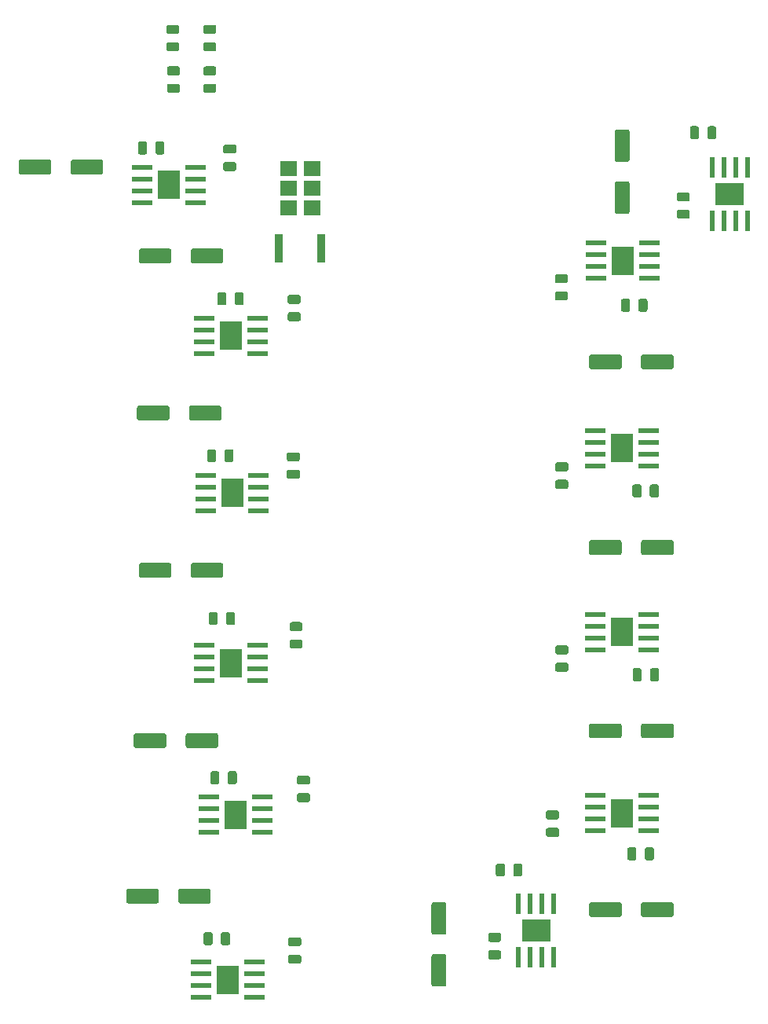
<source format=gbr>
G04 #@! TF.GenerationSoftware,KiCad,Pcbnew,(5.1.5)-3*
G04 #@! TF.CreationDate,2020-10-29T12:26:40+11:00*
G04 #@! TF.ProjectId,MotorControlsV2,4d6f746f-7243-46f6-9e74-726f6c735632,rev?*
G04 #@! TF.SameCoordinates,Original*
G04 #@! TF.FileFunction,Paste,Top*
G04 #@! TF.FilePolarity,Positive*
%FSLAX46Y46*%
G04 Gerber Fmt 4.6, Leading zero omitted, Abs format (unit mm)*
G04 Created by KiCad (PCBNEW (5.1.5)-3) date 2020-10-29 12:26:40*
%MOMM*%
%LPD*%
G04 APERTURE LIST*
%ADD10C,0.010000*%
%ADD11C,0.100000*%
%ADD12R,0.970000X3.020000*%
%ADD13R,2.400000X3.100000*%
%ADD14R,2.200000X0.500000*%
%ADD15R,3.100000X2.400000*%
%ADD16R,0.500000X2.200000*%
G04 APERTURE END LIST*
D10*
G36*
X129660000Y-56970000D02*
G01*
X131380000Y-56970000D01*
X131380000Y-58530000D01*
X129660000Y-58530000D01*
X129660000Y-56970000D01*
G37*
X129660000Y-56970000D02*
X131380000Y-56970000D01*
X131380000Y-58530000D01*
X129660000Y-58530000D01*
X129660000Y-56970000D01*
G36*
X127120000Y-56970000D02*
G01*
X128840000Y-56970000D01*
X128840000Y-58530000D01*
X127120000Y-58530000D01*
X127120000Y-56970000D01*
G37*
X127120000Y-56970000D02*
X128840000Y-56970000D01*
X128840000Y-58530000D01*
X127120000Y-58530000D01*
X127120000Y-56970000D01*
G36*
X129660000Y-54860000D02*
G01*
X131380000Y-54860000D01*
X131380000Y-56420000D01*
X129660000Y-56420000D01*
X129660000Y-54860000D01*
G37*
X129660000Y-54860000D02*
X131380000Y-54860000D01*
X131380000Y-56420000D01*
X129660000Y-56420000D01*
X129660000Y-54860000D01*
G36*
X127120000Y-54860000D02*
G01*
X128840000Y-54860000D01*
X128840000Y-56420000D01*
X127120000Y-56420000D01*
X127120000Y-54860000D01*
G37*
X127120000Y-54860000D02*
X128840000Y-54860000D01*
X128840000Y-56420000D01*
X127120000Y-56420000D01*
X127120000Y-54860000D01*
G36*
X129660000Y-59080000D02*
G01*
X131380000Y-59080000D01*
X131380000Y-60640000D01*
X129660000Y-60640000D01*
X129660000Y-59080000D01*
G37*
X129660000Y-59080000D02*
X131380000Y-59080000D01*
X131380000Y-60640000D01*
X129660000Y-60640000D01*
X129660000Y-59080000D01*
G36*
X127120000Y-59080000D02*
G01*
X128840000Y-59080000D01*
X128840000Y-60640000D01*
X127120000Y-60640000D01*
X127120000Y-59080000D01*
G37*
X127120000Y-59080000D02*
X128840000Y-59080000D01*
X128840000Y-60640000D01*
X127120000Y-60640000D01*
X127120000Y-59080000D01*
D11*
G36*
X112567642Y-52751174D02*
G01*
X112591303Y-52754684D01*
X112614507Y-52760496D01*
X112637029Y-52768554D01*
X112658653Y-52778782D01*
X112679170Y-52791079D01*
X112698383Y-52805329D01*
X112716107Y-52821393D01*
X112732171Y-52839117D01*
X112746421Y-52858330D01*
X112758718Y-52878847D01*
X112768946Y-52900471D01*
X112777004Y-52922993D01*
X112782816Y-52946197D01*
X112786326Y-52969858D01*
X112787500Y-52993750D01*
X112787500Y-53906250D01*
X112786326Y-53930142D01*
X112782816Y-53953803D01*
X112777004Y-53977007D01*
X112768946Y-53999529D01*
X112758718Y-54021153D01*
X112746421Y-54041670D01*
X112732171Y-54060883D01*
X112716107Y-54078607D01*
X112698383Y-54094671D01*
X112679170Y-54108921D01*
X112658653Y-54121218D01*
X112637029Y-54131446D01*
X112614507Y-54139504D01*
X112591303Y-54145316D01*
X112567642Y-54148826D01*
X112543750Y-54150000D01*
X112056250Y-54150000D01*
X112032358Y-54148826D01*
X112008697Y-54145316D01*
X111985493Y-54139504D01*
X111962971Y-54131446D01*
X111941347Y-54121218D01*
X111920830Y-54108921D01*
X111901617Y-54094671D01*
X111883893Y-54078607D01*
X111867829Y-54060883D01*
X111853579Y-54041670D01*
X111841282Y-54021153D01*
X111831054Y-53999529D01*
X111822996Y-53977007D01*
X111817184Y-53953803D01*
X111813674Y-53930142D01*
X111812500Y-53906250D01*
X111812500Y-52993750D01*
X111813674Y-52969858D01*
X111817184Y-52946197D01*
X111822996Y-52922993D01*
X111831054Y-52900471D01*
X111841282Y-52878847D01*
X111853579Y-52858330D01*
X111867829Y-52839117D01*
X111883893Y-52821393D01*
X111901617Y-52805329D01*
X111920830Y-52791079D01*
X111941347Y-52778782D01*
X111962971Y-52768554D01*
X111985493Y-52760496D01*
X112008697Y-52754684D01*
X112032358Y-52751174D01*
X112056250Y-52750000D01*
X112543750Y-52750000D01*
X112567642Y-52751174D01*
G37*
G36*
X114442642Y-52751174D02*
G01*
X114466303Y-52754684D01*
X114489507Y-52760496D01*
X114512029Y-52768554D01*
X114533653Y-52778782D01*
X114554170Y-52791079D01*
X114573383Y-52805329D01*
X114591107Y-52821393D01*
X114607171Y-52839117D01*
X114621421Y-52858330D01*
X114633718Y-52878847D01*
X114643946Y-52900471D01*
X114652004Y-52922993D01*
X114657816Y-52946197D01*
X114661326Y-52969858D01*
X114662500Y-52993750D01*
X114662500Y-53906250D01*
X114661326Y-53930142D01*
X114657816Y-53953803D01*
X114652004Y-53977007D01*
X114643946Y-53999529D01*
X114633718Y-54021153D01*
X114621421Y-54041670D01*
X114607171Y-54060883D01*
X114591107Y-54078607D01*
X114573383Y-54094671D01*
X114554170Y-54108921D01*
X114533653Y-54121218D01*
X114512029Y-54131446D01*
X114489507Y-54139504D01*
X114466303Y-54145316D01*
X114442642Y-54148826D01*
X114418750Y-54150000D01*
X113931250Y-54150000D01*
X113907358Y-54148826D01*
X113883697Y-54145316D01*
X113860493Y-54139504D01*
X113837971Y-54131446D01*
X113816347Y-54121218D01*
X113795830Y-54108921D01*
X113776617Y-54094671D01*
X113758893Y-54078607D01*
X113742829Y-54060883D01*
X113728579Y-54041670D01*
X113716282Y-54021153D01*
X113706054Y-53999529D01*
X113697996Y-53977007D01*
X113692184Y-53953803D01*
X113688674Y-53930142D01*
X113687500Y-53906250D01*
X113687500Y-52993750D01*
X113688674Y-52969858D01*
X113692184Y-52946197D01*
X113697996Y-52922993D01*
X113706054Y-52900471D01*
X113716282Y-52878847D01*
X113728579Y-52858330D01*
X113742829Y-52839117D01*
X113758893Y-52821393D01*
X113776617Y-52805329D01*
X113795830Y-52791079D01*
X113816347Y-52778782D01*
X113837971Y-52768554D01*
X113860493Y-52760496D01*
X113883697Y-52754684D01*
X113907358Y-52751174D01*
X113931250Y-52750000D01*
X114418750Y-52750000D01*
X114442642Y-52751174D01*
G37*
G36*
X120367642Y-120601174D02*
G01*
X120391303Y-120604684D01*
X120414507Y-120610496D01*
X120437029Y-120618554D01*
X120458653Y-120628782D01*
X120479170Y-120641079D01*
X120498383Y-120655329D01*
X120516107Y-120671393D01*
X120532171Y-120689117D01*
X120546421Y-120708330D01*
X120558718Y-120728847D01*
X120568946Y-120750471D01*
X120577004Y-120772993D01*
X120582816Y-120796197D01*
X120586326Y-120819858D01*
X120587500Y-120843750D01*
X120587500Y-121756250D01*
X120586326Y-121780142D01*
X120582816Y-121803803D01*
X120577004Y-121827007D01*
X120568946Y-121849529D01*
X120558718Y-121871153D01*
X120546421Y-121891670D01*
X120532171Y-121910883D01*
X120516107Y-121928607D01*
X120498383Y-121944671D01*
X120479170Y-121958921D01*
X120458653Y-121971218D01*
X120437029Y-121981446D01*
X120414507Y-121989504D01*
X120391303Y-121995316D01*
X120367642Y-121998826D01*
X120343750Y-122000000D01*
X119856250Y-122000000D01*
X119832358Y-121998826D01*
X119808697Y-121995316D01*
X119785493Y-121989504D01*
X119762971Y-121981446D01*
X119741347Y-121971218D01*
X119720830Y-121958921D01*
X119701617Y-121944671D01*
X119683893Y-121928607D01*
X119667829Y-121910883D01*
X119653579Y-121891670D01*
X119641282Y-121871153D01*
X119631054Y-121849529D01*
X119622996Y-121827007D01*
X119617184Y-121803803D01*
X119613674Y-121780142D01*
X119612500Y-121756250D01*
X119612500Y-120843750D01*
X119613674Y-120819858D01*
X119617184Y-120796197D01*
X119622996Y-120772993D01*
X119631054Y-120750471D01*
X119641282Y-120728847D01*
X119653579Y-120708330D01*
X119667829Y-120689117D01*
X119683893Y-120671393D01*
X119701617Y-120655329D01*
X119720830Y-120641079D01*
X119741347Y-120628782D01*
X119762971Y-120618554D01*
X119785493Y-120610496D01*
X119808697Y-120604684D01*
X119832358Y-120601174D01*
X119856250Y-120600000D01*
X120343750Y-120600000D01*
X120367642Y-120601174D01*
G37*
G36*
X122242642Y-120601174D02*
G01*
X122266303Y-120604684D01*
X122289507Y-120610496D01*
X122312029Y-120618554D01*
X122333653Y-120628782D01*
X122354170Y-120641079D01*
X122373383Y-120655329D01*
X122391107Y-120671393D01*
X122407171Y-120689117D01*
X122421421Y-120708330D01*
X122433718Y-120728847D01*
X122443946Y-120750471D01*
X122452004Y-120772993D01*
X122457816Y-120796197D01*
X122461326Y-120819858D01*
X122462500Y-120843750D01*
X122462500Y-121756250D01*
X122461326Y-121780142D01*
X122457816Y-121803803D01*
X122452004Y-121827007D01*
X122443946Y-121849529D01*
X122433718Y-121871153D01*
X122421421Y-121891670D01*
X122407171Y-121910883D01*
X122391107Y-121928607D01*
X122373383Y-121944671D01*
X122354170Y-121958921D01*
X122333653Y-121971218D01*
X122312029Y-121981446D01*
X122289507Y-121989504D01*
X122266303Y-121995316D01*
X122242642Y-121998826D01*
X122218750Y-122000000D01*
X121731250Y-122000000D01*
X121707358Y-121998826D01*
X121683697Y-121995316D01*
X121660493Y-121989504D01*
X121637971Y-121981446D01*
X121616347Y-121971218D01*
X121595830Y-121958921D01*
X121576617Y-121944671D01*
X121558893Y-121928607D01*
X121542829Y-121910883D01*
X121528579Y-121891670D01*
X121516282Y-121871153D01*
X121506054Y-121849529D01*
X121497996Y-121827007D01*
X121492184Y-121803803D01*
X121488674Y-121780142D01*
X121487500Y-121756250D01*
X121487500Y-120843750D01*
X121488674Y-120819858D01*
X121492184Y-120796197D01*
X121497996Y-120772993D01*
X121506054Y-120750471D01*
X121516282Y-120728847D01*
X121528579Y-120708330D01*
X121542829Y-120689117D01*
X121558893Y-120671393D01*
X121576617Y-120655329D01*
X121595830Y-120641079D01*
X121616347Y-120628782D01*
X121637971Y-120618554D01*
X121660493Y-120610496D01*
X121683697Y-120604684D01*
X121707358Y-120601174D01*
X121731250Y-120600000D01*
X122218750Y-120600000D01*
X122242642Y-120601174D01*
G37*
G36*
X150730142Y-138013674D02*
G01*
X150753803Y-138017184D01*
X150777007Y-138022996D01*
X150799529Y-138031054D01*
X150821153Y-138041282D01*
X150841670Y-138053579D01*
X150860883Y-138067829D01*
X150878607Y-138083893D01*
X150894671Y-138101617D01*
X150908921Y-138120830D01*
X150921218Y-138141347D01*
X150931446Y-138162971D01*
X150939504Y-138185493D01*
X150945316Y-138208697D01*
X150948826Y-138232358D01*
X150950000Y-138256250D01*
X150950000Y-138743750D01*
X150948826Y-138767642D01*
X150945316Y-138791303D01*
X150939504Y-138814507D01*
X150931446Y-138837029D01*
X150921218Y-138858653D01*
X150908921Y-138879170D01*
X150894671Y-138898383D01*
X150878607Y-138916107D01*
X150860883Y-138932171D01*
X150841670Y-138946421D01*
X150821153Y-138958718D01*
X150799529Y-138968946D01*
X150777007Y-138977004D01*
X150753803Y-138982816D01*
X150730142Y-138986326D01*
X150706250Y-138987500D01*
X149793750Y-138987500D01*
X149769858Y-138986326D01*
X149746197Y-138982816D01*
X149722993Y-138977004D01*
X149700471Y-138968946D01*
X149678847Y-138958718D01*
X149658330Y-138946421D01*
X149639117Y-138932171D01*
X149621393Y-138916107D01*
X149605329Y-138898383D01*
X149591079Y-138879170D01*
X149578782Y-138858653D01*
X149568554Y-138837029D01*
X149560496Y-138814507D01*
X149554684Y-138791303D01*
X149551174Y-138767642D01*
X149550000Y-138743750D01*
X149550000Y-138256250D01*
X149551174Y-138232358D01*
X149554684Y-138208697D01*
X149560496Y-138185493D01*
X149568554Y-138162971D01*
X149578782Y-138141347D01*
X149591079Y-138120830D01*
X149605329Y-138101617D01*
X149621393Y-138083893D01*
X149639117Y-138067829D01*
X149658330Y-138053579D01*
X149678847Y-138041282D01*
X149700471Y-138031054D01*
X149722993Y-138022996D01*
X149746197Y-138017184D01*
X149769858Y-138013674D01*
X149793750Y-138012500D01*
X150706250Y-138012500D01*
X150730142Y-138013674D01*
G37*
G36*
X150730142Y-139888674D02*
G01*
X150753803Y-139892184D01*
X150777007Y-139897996D01*
X150799529Y-139906054D01*
X150821153Y-139916282D01*
X150841670Y-139928579D01*
X150860883Y-139942829D01*
X150878607Y-139958893D01*
X150894671Y-139976617D01*
X150908921Y-139995830D01*
X150921218Y-140016347D01*
X150931446Y-140037971D01*
X150939504Y-140060493D01*
X150945316Y-140083697D01*
X150948826Y-140107358D01*
X150950000Y-140131250D01*
X150950000Y-140618750D01*
X150948826Y-140642642D01*
X150945316Y-140666303D01*
X150939504Y-140689507D01*
X150931446Y-140712029D01*
X150921218Y-140733653D01*
X150908921Y-140754170D01*
X150894671Y-140773383D01*
X150878607Y-140791107D01*
X150860883Y-140807171D01*
X150841670Y-140821421D01*
X150821153Y-140833718D01*
X150799529Y-140843946D01*
X150777007Y-140852004D01*
X150753803Y-140857816D01*
X150730142Y-140861326D01*
X150706250Y-140862500D01*
X149793750Y-140862500D01*
X149769858Y-140861326D01*
X149746197Y-140857816D01*
X149722993Y-140852004D01*
X149700471Y-140843946D01*
X149678847Y-140833718D01*
X149658330Y-140821421D01*
X149639117Y-140807171D01*
X149621393Y-140791107D01*
X149605329Y-140773383D01*
X149591079Y-140754170D01*
X149578782Y-140733653D01*
X149568554Y-140712029D01*
X149560496Y-140689507D01*
X149554684Y-140666303D01*
X149551174Y-140642642D01*
X149550000Y-140618750D01*
X149550000Y-140131250D01*
X149551174Y-140107358D01*
X149554684Y-140083697D01*
X149560496Y-140060493D01*
X149568554Y-140037971D01*
X149578782Y-140016347D01*
X149591079Y-139995830D01*
X149605329Y-139976617D01*
X149621393Y-139958893D01*
X149639117Y-139942829D01*
X149658330Y-139928579D01*
X149678847Y-139916282D01*
X149700471Y-139906054D01*
X149722993Y-139897996D01*
X149746197Y-139892184D01*
X149769858Y-139888674D01*
X149793750Y-139887500D01*
X150706250Y-139887500D01*
X150730142Y-139888674D01*
G37*
G36*
X165867642Y-89701174D02*
G01*
X165891303Y-89704684D01*
X165914507Y-89710496D01*
X165937029Y-89718554D01*
X165958653Y-89728782D01*
X165979170Y-89741079D01*
X165998383Y-89755329D01*
X166016107Y-89771393D01*
X166032171Y-89789117D01*
X166046421Y-89808330D01*
X166058718Y-89828847D01*
X166068946Y-89850471D01*
X166077004Y-89872993D01*
X166082816Y-89896197D01*
X166086326Y-89919858D01*
X166087500Y-89943750D01*
X166087500Y-90856250D01*
X166086326Y-90880142D01*
X166082816Y-90903803D01*
X166077004Y-90927007D01*
X166068946Y-90949529D01*
X166058718Y-90971153D01*
X166046421Y-90991670D01*
X166032171Y-91010883D01*
X166016107Y-91028607D01*
X165998383Y-91044671D01*
X165979170Y-91058921D01*
X165958653Y-91071218D01*
X165937029Y-91081446D01*
X165914507Y-91089504D01*
X165891303Y-91095316D01*
X165867642Y-91098826D01*
X165843750Y-91100000D01*
X165356250Y-91100000D01*
X165332358Y-91098826D01*
X165308697Y-91095316D01*
X165285493Y-91089504D01*
X165262971Y-91081446D01*
X165241347Y-91071218D01*
X165220830Y-91058921D01*
X165201617Y-91044671D01*
X165183893Y-91028607D01*
X165167829Y-91010883D01*
X165153579Y-90991670D01*
X165141282Y-90971153D01*
X165131054Y-90949529D01*
X165122996Y-90927007D01*
X165117184Y-90903803D01*
X165113674Y-90880142D01*
X165112500Y-90856250D01*
X165112500Y-89943750D01*
X165113674Y-89919858D01*
X165117184Y-89896197D01*
X165122996Y-89872993D01*
X165131054Y-89850471D01*
X165141282Y-89828847D01*
X165153579Y-89808330D01*
X165167829Y-89789117D01*
X165183893Y-89771393D01*
X165201617Y-89755329D01*
X165220830Y-89741079D01*
X165241347Y-89728782D01*
X165262971Y-89718554D01*
X165285493Y-89710496D01*
X165308697Y-89704684D01*
X165332358Y-89701174D01*
X165356250Y-89700000D01*
X165843750Y-89700000D01*
X165867642Y-89701174D01*
G37*
G36*
X167742642Y-89701174D02*
G01*
X167766303Y-89704684D01*
X167789507Y-89710496D01*
X167812029Y-89718554D01*
X167833653Y-89728782D01*
X167854170Y-89741079D01*
X167873383Y-89755329D01*
X167891107Y-89771393D01*
X167907171Y-89789117D01*
X167921421Y-89808330D01*
X167933718Y-89828847D01*
X167943946Y-89850471D01*
X167952004Y-89872993D01*
X167957816Y-89896197D01*
X167961326Y-89919858D01*
X167962500Y-89943750D01*
X167962500Y-90856250D01*
X167961326Y-90880142D01*
X167957816Y-90903803D01*
X167952004Y-90927007D01*
X167943946Y-90949529D01*
X167933718Y-90971153D01*
X167921421Y-90991670D01*
X167907171Y-91010883D01*
X167891107Y-91028607D01*
X167873383Y-91044671D01*
X167854170Y-91058921D01*
X167833653Y-91071218D01*
X167812029Y-91081446D01*
X167789507Y-91089504D01*
X167766303Y-91095316D01*
X167742642Y-91098826D01*
X167718750Y-91100000D01*
X167231250Y-91100000D01*
X167207358Y-91098826D01*
X167183697Y-91095316D01*
X167160493Y-91089504D01*
X167137971Y-91081446D01*
X167116347Y-91071218D01*
X167095830Y-91058921D01*
X167076617Y-91044671D01*
X167058893Y-91028607D01*
X167042829Y-91010883D01*
X167028579Y-90991670D01*
X167016282Y-90971153D01*
X167006054Y-90949529D01*
X166997996Y-90927007D01*
X166992184Y-90903803D01*
X166988674Y-90880142D01*
X166987500Y-90856250D01*
X166987500Y-89943750D01*
X166988674Y-89919858D01*
X166992184Y-89896197D01*
X166997996Y-89872993D01*
X167006054Y-89850471D01*
X167016282Y-89828847D01*
X167028579Y-89808330D01*
X167042829Y-89789117D01*
X167058893Y-89771393D01*
X167076617Y-89755329D01*
X167095830Y-89741079D01*
X167116347Y-89728782D01*
X167137971Y-89718554D01*
X167160493Y-89710496D01*
X167183697Y-89704684D01*
X167207358Y-89701174D01*
X167231250Y-89700000D01*
X167718750Y-89700000D01*
X167742642Y-89701174D01*
G37*
G36*
X107824504Y-54701204D02*
G01*
X107848773Y-54704804D01*
X107872571Y-54710765D01*
X107895671Y-54719030D01*
X107917849Y-54729520D01*
X107938893Y-54742133D01*
X107958598Y-54756747D01*
X107976777Y-54773223D01*
X107993253Y-54791402D01*
X108007867Y-54811107D01*
X108020480Y-54832151D01*
X108030970Y-54854329D01*
X108039235Y-54877429D01*
X108045196Y-54901227D01*
X108048796Y-54925496D01*
X108050000Y-54950000D01*
X108050000Y-56050000D01*
X108048796Y-56074504D01*
X108045196Y-56098773D01*
X108039235Y-56122571D01*
X108030970Y-56145671D01*
X108020480Y-56167849D01*
X108007867Y-56188893D01*
X107993253Y-56208598D01*
X107976777Y-56226777D01*
X107958598Y-56243253D01*
X107938893Y-56257867D01*
X107917849Y-56270480D01*
X107895671Y-56280970D01*
X107872571Y-56289235D01*
X107848773Y-56295196D01*
X107824504Y-56298796D01*
X107800000Y-56300000D01*
X104800000Y-56300000D01*
X104775496Y-56298796D01*
X104751227Y-56295196D01*
X104727429Y-56289235D01*
X104704329Y-56280970D01*
X104682151Y-56270480D01*
X104661107Y-56257867D01*
X104641402Y-56243253D01*
X104623223Y-56226777D01*
X104606747Y-56208598D01*
X104592133Y-56188893D01*
X104579520Y-56167849D01*
X104569030Y-56145671D01*
X104560765Y-56122571D01*
X104554804Y-56098773D01*
X104551204Y-56074504D01*
X104550000Y-56050000D01*
X104550000Y-54950000D01*
X104551204Y-54925496D01*
X104554804Y-54901227D01*
X104560765Y-54877429D01*
X104569030Y-54854329D01*
X104579520Y-54832151D01*
X104592133Y-54811107D01*
X104606747Y-54791402D01*
X104623223Y-54773223D01*
X104641402Y-54756747D01*
X104661107Y-54742133D01*
X104682151Y-54729520D01*
X104704329Y-54719030D01*
X104727429Y-54710765D01*
X104751227Y-54704804D01*
X104775496Y-54701204D01*
X104800000Y-54700000D01*
X107800000Y-54700000D01*
X107824504Y-54701204D01*
G37*
G36*
X102224504Y-54701204D02*
G01*
X102248773Y-54704804D01*
X102272571Y-54710765D01*
X102295671Y-54719030D01*
X102317849Y-54729520D01*
X102338893Y-54742133D01*
X102358598Y-54756747D01*
X102376777Y-54773223D01*
X102393253Y-54791402D01*
X102407867Y-54811107D01*
X102420480Y-54832151D01*
X102430970Y-54854329D01*
X102439235Y-54877429D01*
X102445196Y-54901227D01*
X102448796Y-54925496D01*
X102450000Y-54950000D01*
X102450000Y-56050000D01*
X102448796Y-56074504D01*
X102445196Y-56098773D01*
X102439235Y-56122571D01*
X102430970Y-56145671D01*
X102420480Y-56167849D01*
X102407867Y-56188893D01*
X102393253Y-56208598D01*
X102376777Y-56226777D01*
X102358598Y-56243253D01*
X102338893Y-56257867D01*
X102317849Y-56270480D01*
X102295671Y-56280970D01*
X102272571Y-56289235D01*
X102248773Y-56295196D01*
X102224504Y-56298796D01*
X102200000Y-56300000D01*
X99200000Y-56300000D01*
X99175496Y-56298796D01*
X99151227Y-56295196D01*
X99127429Y-56289235D01*
X99104329Y-56280970D01*
X99082151Y-56270480D01*
X99061107Y-56257867D01*
X99041402Y-56243253D01*
X99023223Y-56226777D01*
X99006747Y-56208598D01*
X98992133Y-56188893D01*
X98979520Y-56167849D01*
X98969030Y-56145671D01*
X98960765Y-56122571D01*
X98954804Y-56098773D01*
X98951204Y-56074504D01*
X98950000Y-56050000D01*
X98950000Y-54950000D01*
X98951204Y-54925496D01*
X98954804Y-54901227D01*
X98960765Y-54877429D01*
X98969030Y-54854329D01*
X98979520Y-54832151D01*
X98992133Y-54811107D01*
X99006747Y-54791402D01*
X99023223Y-54773223D01*
X99041402Y-54756747D01*
X99061107Y-54742133D01*
X99082151Y-54729520D01*
X99104329Y-54719030D01*
X99127429Y-54710765D01*
X99151227Y-54704804D01*
X99175496Y-54701204D01*
X99200000Y-54700000D01*
X102200000Y-54700000D01*
X102224504Y-54701204D01*
G37*
G36*
X120224504Y-116501204D02*
G01*
X120248773Y-116504804D01*
X120272571Y-116510765D01*
X120295671Y-116519030D01*
X120317849Y-116529520D01*
X120338893Y-116542133D01*
X120358598Y-116556747D01*
X120376777Y-116573223D01*
X120393253Y-116591402D01*
X120407867Y-116611107D01*
X120420480Y-116632151D01*
X120430970Y-116654329D01*
X120439235Y-116677429D01*
X120445196Y-116701227D01*
X120448796Y-116725496D01*
X120450000Y-116750000D01*
X120450000Y-117850000D01*
X120448796Y-117874504D01*
X120445196Y-117898773D01*
X120439235Y-117922571D01*
X120430970Y-117945671D01*
X120420480Y-117967849D01*
X120407867Y-117988893D01*
X120393253Y-118008598D01*
X120376777Y-118026777D01*
X120358598Y-118043253D01*
X120338893Y-118057867D01*
X120317849Y-118070480D01*
X120295671Y-118080970D01*
X120272571Y-118089235D01*
X120248773Y-118095196D01*
X120224504Y-118098796D01*
X120200000Y-118100000D01*
X117200000Y-118100000D01*
X117175496Y-118098796D01*
X117151227Y-118095196D01*
X117127429Y-118089235D01*
X117104329Y-118080970D01*
X117082151Y-118070480D01*
X117061107Y-118057867D01*
X117041402Y-118043253D01*
X117023223Y-118026777D01*
X117006747Y-118008598D01*
X116992133Y-117988893D01*
X116979520Y-117967849D01*
X116969030Y-117945671D01*
X116960765Y-117922571D01*
X116954804Y-117898773D01*
X116951204Y-117874504D01*
X116950000Y-117850000D01*
X116950000Y-116750000D01*
X116951204Y-116725496D01*
X116954804Y-116701227D01*
X116960765Y-116677429D01*
X116969030Y-116654329D01*
X116979520Y-116632151D01*
X116992133Y-116611107D01*
X117006747Y-116591402D01*
X117023223Y-116573223D01*
X117041402Y-116556747D01*
X117061107Y-116542133D01*
X117082151Y-116529520D01*
X117104329Y-116519030D01*
X117127429Y-116510765D01*
X117151227Y-116504804D01*
X117175496Y-116501204D01*
X117200000Y-116500000D01*
X120200000Y-116500000D01*
X120224504Y-116501204D01*
G37*
G36*
X114624504Y-116501204D02*
G01*
X114648773Y-116504804D01*
X114672571Y-116510765D01*
X114695671Y-116519030D01*
X114717849Y-116529520D01*
X114738893Y-116542133D01*
X114758598Y-116556747D01*
X114776777Y-116573223D01*
X114793253Y-116591402D01*
X114807867Y-116611107D01*
X114820480Y-116632151D01*
X114830970Y-116654329D01*
X114839235Y-116677429D01*
X114845196Y-116701227D01*
X114848796Y-116725496D01*
X114850000Y-116750000D01*
X114850000Y-117850000D01*
X114848796Y-117874504D01*
X114845196Y-117898773D01*
X114839235Y-117922571D01*
X114830970Y-117945671D01*
X114820480Y-117967849D01*
X114807867Y-117988893D01*
X114793253Y-118008598D01*
X114776777Y-118026777D01*
X114758598Y-118043253D01*
X114738893Y-118057867D01*
X114717849Y-118070480D01*
X114695671Y-118080970D01*
X114672571Y-118089235D01*
X114648773Y-118095196D01*
X114624504Y-118098796D01*
X114600000Y-118100000D01*
X111600000Y-118100000D01*
X111575496Y-118098796D01*
X111551227Y-118095196D01*
X111527429Y-118089235D01*
X111504329Y-118080970D01*
X111482151Y-118070480D01*
X111461107Y-118057867D01*
X111441402Y-118043253D01*
X111423223Y-118026777D01*
X111406747Y-118008598D01*
X111392133Y-117988893D01*
X111379520Y-117967849D01*
X111369030Y-117945671D01*
X111360765Y-117922571D01*
X111354804Y-117898773D01*
X111351204Y-117874504D01*
X111350000Y-117850000D01*
X111350000Y-116750000D01*
X111351204Y-116725496D01*
X111354804Y-116701227D01*
X111360765Y-116677429D01*
X111369030Y-116654329D01*
X111379520Y-116632151D01*
X111392133Y-116611107D01*
X111406747Y-116591402D01*
X111423223Y-116573223D01*
X111441402Y-116556747D01*
X111461107Y-116542133D01*
X111482151Y-116529520D01*
X111504329Y-116519030D01*
X111527429Y-116510765D01*
X111551227Y-116504804D01*
X111575496Y-116501204D01*
X111600000Y-116500000D01*
X114600000Y-116500000D01*
X114624504Y-116501204D01*
G37*
G36*
X144824504Y-134701204D02*
G01*
X144848773Y-134704804D01*
X144872571Y-134710765D01*
X144895671Y-134719030D01*
X144917849Y-134729520D01*
X144938893Y-134742133D01*
X144958598Y-134756747D01*
X144976777Y-134773223D01*
X144993253Y-134791402D01*
X145007867Y-134811107D01*
X145020480Y-134832151D01*
X145030970Y-134854329D01*
X145039235Y-134877429D01*
X145045196Y-134901227D01*
X145048796Y-134925496D01*
X145050000Y-134950000D01*
X145050000Y-137950000D01*
X145048796Y-137974504D01*
X145045196Y-137998773D01*
X145039235Y-138022571D01*
X145030970Y-138045671D01*
X145020480Y-138067849D01*
X145007867Y-138088893D01*
X144993253Y-138108598D01*
X144976777Y-138126777D01*
X144958598Y-138143253D01*
X144938893Y-138157867D01*
X144917849Y-138170480D01*
X144895671Y-138180970D01*
X144872571Y-138189235D01*
X144848773Y-138195196D01*
X144824504Y-138198796D01*
X144800000Y-138200000D01*
X143700000Y-138200000D01*
X143675496Y-138198796D01*
X143651227Y-138195196D01*
X143627429Y-138189235D01*
X143604329Y-138180970D01*
X143582151Y-138170480D01*
X143561107Y-138157867D01*
X143541402Y-138143253D01*
X143523223Y-138126777D01*
X143506747Y-138108598D01*
X143492133Y-138088893D01*
X143479520Y-138067849D01*
X143469030Y-138045671D01*
X143460765Y-138022571D01*
X143454804Y-137998773D01*
X143451204Y-137974504D01*
X143450000Y-137950000D01*
X143450000Y-134950000D01*
X143451204Y-134925496D01*
X143454804Y-134901227D01*
X143460765Y-134877429D01*
X143469030Y-134854329D01*
X143479520Y-134832151D01*
X143492133Y-134811107D01*
X143506747Y-134791402D01*
X143523223Y-134773223D01*
X143541402Y-134756747D01*
X143561107Y-134742133D01*
X143582151Y-134729520D01*
X143604329Y-134719030D01*
X143627429Y-134710765D01*
X143651227Y-134704804D01*
X143675496Y-134701204D01*
X143700000Y-134700000D01*
X144800000Y-134700000D01*
X144824504Y-134701204D01*
G37*
G36*
X144824504Y-140301204D02*
G01*
X144848773Y-140304804D01*
X144872571Y-140310765D01*
X144895671Y-140319030D01*
X144917849Y-140329520D01*
X144938893Y-140342133D01*
X144958598Y-140356747D01*
X144976777Y-140373223D01*
X144993253Y-140391402D01*
X145007867Y-140411107D01*
X145020480Y-140432151D01*
X145030970Y-140454329D01*
X145039235Y-140477429D01*
X145045196Y-140501227D01*
X145048796Y-140525496D01*
X145050000Y-140550000D01*
X145050000Y-143550000D01*
X145048796Y-143574504D01*
X145045196Y-143598773D01*
X145039235Y-143622571D01*
X145030970Y-143645671D01*
X145020480Y-143667849D01*
X145007867Y-143688893D01*
X144993253Y-143708598D01*
X144976777Y-143726777D01*
X144958598Y-143743253D01*
X144938893Y-143757867D01*
X144917849Y-143770480D01*
X144895671Y-143780970D01*
X144872571Y-143789235D01*
X144848773Y-143795196D01*
X144824504Y-143798796D01*
X144800000Y-143800000D01*
X143700000Y-143800000D01*
X143675496Y-143798796D01*
X143651227Y-143795196D01*
X143627429Y-143789235D01*
X143604329Y-143780970D01*
X143582151Y-143770480D01*
X143561107Y-143757867D01*
X143541402Y-143743253D01*
X143523223Y-143726777D01*
X143506747Y-143708598D01*
X143492133Y-143688893D01*
X143479520Y-143667849D01*
X143469030Y-143645671D01*
X143460765Y-143622571D01*
X143454804Y-143598773D01*
X143451204Y-143574504D01*
X143450000Y-143550000D01*
X143450000Y-140550000D01*
X143451204Y-140525496D01*
X143454804Y-140501227D01*
X143460765Y-140477429D01*
X143469030Y-140454329D01*
X143479520Y-140432151D01*
X143492133Y-140411107D01*
X143506747Y-140391402D01*
X143523223Y-140373223D01*
X143541402Y-140356747D01*
X143561107Y-140342133D01*
X143582151Y-140329520D01*
X143604329Y-140319030D01*
X143627429Y-140310765D01*
X143651227Y-140304804D01*
X143675496Y-140301204D01*
X143700000Y-140300000D01*
X144800000Y-140300000D01*
X144824504Y-140301204D01*
G37*
G36*
X169324504Y-95701204D02*
G01*
X169348773Y-95704804D01*
X169372571Y-95710765D01*
X169395671Y-95719030D01*
X169417849Y-95729520D01*
X169438893Y-95742133D01*
X169458598Y-95756747D01*
X169476777Y-95773223D01*
X169493253Y-95791402D01*
X169507867Y-95811107D01*
X169520480Y-95832151D01*
X169530970Y-95854329D01*
X169539235Y-95877429D01*
X169545196Y-95901227D01*
X169548796Y-95925496D01*
X169550000Y-95950000D01*
X169550000Y-97050000D01*
X169548796Y-97074504D01*
X169545196Y-97098773D01*
X169539235Y-97122571D01*
X169530970Y-97145671D01*
X169520480Y-97167849D01*
X169507867Y-97188893D01*
X169493253Y-97208598D01*
X169476777Y-97226777D01*
X169458598Y-97243253D01*
X169438893Y-97257867D01*
X169417849Y-97270480D01*
X169395671Y-97280970D01*
X169372571Y-97289235D01*
X169348773Y-97295196D01*
X169324504Y-97298796D01*
X169300000Y-97300000D01*
X166300000Y-97300000D01*
X166275496Y-97298796D01*
X166251227Y-97295196D01*
X166227429Y-97289235D01*
X166204329Y-97280970D01*
X166182151Y-97270480D01*
X166161107Y-97257867D01*
X166141402Y-97243253D01*
X166123223Y-97226777D01*
X166106747Y-97208598D01*
X166092133Y-97188893D01*
X166079520Y-97167849D01*
X166069030Y-97145671D01*
X166060765Y-97122571D01*
X166054804Y-97098773D01*
X166051204Y-97074504D01*
X166050000Y-97050000D01*
X166050000Y-95950000D01*
X166051204Y-95925496D01*
X166054804Y-95901227D01*
X166060765Y-95877429D01*
X166069030Y-95854329D01*
X166079520Y-95832151D01*
X166092133Y-95811107D01*
X166106747Y-95791402D01*
X166123223Y-95773223D01*
X166141402Y-95756747D01*
X166161107Y-95742133D01*
X166182151Y-95729520D01*
X166204329Y-95719030D01*
X166227429Y-95710765D01*
X166251227Y-95704804D01*
X166275496Y-95701204D01*
X166300000Y-95700000D01*
X169300000Y-95700000D01*
X169324504Y-95701204D01*
G37*
G36*
X163724504Y-95701204D02*
G01*
X163748773Y-95704804D01*
X163772571Y-95710765D01*
X163795671Y-95719030D01*
X163817849Y-95729520D01*
X163838893Y-95742133D01*
X163858598Y-95756747D01*
X163876777Y-95773223D01*
X163893253Y-95791402D01*
X163907867Y-95811107D01*
X163920480Y-95832151D01*
X163930970Y-95854329D01*
X163939235Y-95877429D01*
X163945196Y-95901227D01*
X163948796Y-95925496D01*
X163950000Y-95950000D01*
X163950000Y-97050000D01*
X163948796Y-97074504D01*
X163945196Y-97098773D01*
X163939235Y-97122571D01*
X163930970Y-97145671D01*
X163920480Y-97167849D01*
X163907867Y-97188893D01*
X163893253Y-97208598D01*
X163876777Y-97226777D01*
X163858598Y-97243253D01*
X163838893Y-97257867D01*
X163817849Y-97270480D01*
X163795671Y-97280970D01*
X163772571Y-97289235D01*
X163748773Y-97295196D01*
X163724504Y-97298796D01*
X163700000Y-97300000D01*
X160700000Y-97300000D01*
X160675496Y-97298796D01*
X160651227Y-97295196D01*
X160627429Y-97289235D01*
X160604329Y-97280970D01*
X160582151Y-97270480D01*
X160561107Y-97257867D01*
X160541402Y-97243253D01*
X160523223Y-97226777D01*
X160506747Y-97208598D01*
X160492133Y-97188893D01*
X160479520Y-97167849D01*
X160469030Y-97145671D01*
X160460765Y-97122571D01*
X160454804Y-97098773D01*
X160451204Y-97074504D01*
X160450000Y-97050000D01*
X160450000Y-95950000D01*
X160451204Y-95925496D01*
X160454804Y-95901227D01*
X160460765Y-95877429D01*
X160469030Y-95854329D01*
X160479520Y-95832151D01*
X160492133Y-95811107D01*
X160506747Y-95791402D01*
X160523223Y-95773223D01*
X160541402Y-95756747D01*
X160561107Y-95742133D01*
X160582151Y-95729520D01*
X160604329Y-95719030D01*
X160627429Y-95710765D01*
X160651227Y-95704804D01*
X160675496Y-95701204D01*
X160700000Y-95700000D01*
X163700000Y-95700000D01*
X163724504Y-95701204D01*
G37*
G36*
X121117642Y-69001174D02*
G01*
X121141303Y-69004684D01*
X121164507Y-69010496D01*
X121187029Y-69018554D01*
X121208653Y-69028782D01*
X121229170Y-69041079D01*
X121248383Y-69055329D01*
X121266107Y-69071393D01*
X121282171Y-69089117D01*
X121296421Y-69108330D01*
X121308718Y-69128847D01*
X121318946Y-69150471D01*
X121327004Y-69172993D01*
X121332816Y-69196197D01*
X121336326Y-69219858D01*
X121337500Y-69243750D01*
X121337500Y-70156250D01*
X121336326Y-70180142D01*
X121332816Y-70203803D01*
X121327004Y-70227007D01*
X121318946Y-70249529D01*
X121308718Y-70271153D01*
X121296421Y-70291670D01*
X121282171Y-70310883D01*
X121266107Y-70328607D01*
X121248383Y-70344671D01*
X121229170Y-70358921D01*
X121208653Y-70371218D01*
X121187029Y-70381446D01*
X121164507Y-70389504D01*
X121141303Y-70395316D01*
X121117642Y-70398826D01*
X121093750Y-70400000D01*
X120606250Y-70400000D01*
X120582358Y-70398826D01*
X120558697Y-70395316D01*
X120535493Y-70389504D01*
X120512971Y-70381446D01*
X120491347Y-70371218D01*
X120470830Y-70358921D01*
X120451617Y-70344671D01*
X120433893Y-70328607D01*
X120417829Y-70310883D01*
X120403579Y-70291670D01*
X120391282Y-70271153D01*
X120381054Y-70249529D01*
X120372996Y-70227007D01*
X120367184Y-70203803D01*
X120363674Y-70180142D01*
X120362500Y-70156250D01*
X120362500Y-69243750D01*
X120363674Y-69219858D01*
X120367184Y-69196197D01*
X120372996Y-69172993D01*
X120381054Y-69150471D01*
X120391282Y-69128847D01*
X120403579Y-69108330D01*
X120417829Y-69089117D01*
X120433893Y-69071393D01*
X120451617Y-69055329D01*
X120470830Y-69041079D01*
X120491347Y-69028782D01*
X120512971Y-69018554D01*
X120535493Y-69010496D01*
X120558697Y-69004684D01*
X120582358Y-69001174D01*
X120606250Y-69000000D01*
X121093750Y-69000000D01*
X121117642Y-69001174D01*
G37*
G36*
X122992642Y-69001174D02*
G01*
X123016303Y-69004684D01*
X123039507Y-69010496D01*
X123062029Y-69018554D01*
X123083653Y-69028782D01*
X123104170Y-69041079D01*
X123123383Y-69055329D01*
X123141107Y-69071393D01*
X123157171Y-69089117D01*
X123171421Y-69108330D01*
X123183718Y-69128847D01*
X123193946Y-69150471D01*
X123202004Y-69172993D01*
X123207816Y-69196197D01*
X123211326Y-69219858D01*
X123212500Y-69243750D01*
X123212500Y-70156250D01*
X123211326Y-70180142D01*
X123207816Y-70203803D01*
X123202004Y-70227007D01*
X123193946Y-70249529D01*
X123183718Y-70271153D01*
X123171421Y-70291670D01*
X123157171Y-70310883D01*
X123141107Y-70328607D01*
X123123383Y-70344671D01*
X123104170Y-70358921D01*
X123083653Y-70371218D01*
X123062029Y-70381446D01*
X123039507Y-70389504D01*
X123016303Y-70395316D01*
X122992642Y-70398826D01*
X122968750Y-70400000D01*
X122481250Y-70400000D01*
X122457358Y-70398826D01*
X122433697Y-70395316D01*
X122410493Y-70389504D01*
X122387971Y-70381446D01*
X122366347Y-70371218D01*
X122345830Y-70358921D01*
X122326617Y-70344671D01*
X122308893Y-70328607D01*
X122292829Y-70310883D01*
X122278579Y-70291670D01*
X122266282Y-70271153D01*
X122256054Y-70249529D01*
X122247996Y-70227007D01*
X122242184Y-70203803D01*
X122238674Y-70180142D01*
X122237500Y-70156250D01*
X122237500Y-69243750D01*
X122238674Y-69219858D01*
X122242184Y-69196197D01*
X122247996Y-69172993D01*
X122256054Y-69150471D01*
X122266282Y-69128847D01*
X122278579Y-69108330D01*
X122292829Y-69089117D01*
X122308893Y-69071393D01*
X122326617Y-69055329D01*
X122345830Y-69041079D01*
X122366347Y-69028782D01*
X122387971Y-69018554D01*
X122410493Y-69010496D01*
X122433697Y-69004684D01*
X122457358Y-69001174D01*
X122481250Y-69000000D01*
X122968750Y-69000000D01*
X122992642Y-69001174D01*
G37*
G36*
X165330142Y-128801174D02*
G01*
X165353803Y-128804684D01*
X165377007Y-128810496D01*
X165399529Y-128818554D01*
X165421153Y-128828782D01*
X165441670Y-128841079D01*
X165460883Y-128855329D01*
X165478607Y-128871393D01*
X165494671Y-128889117D01*
X165508921Y-128908330D01*
X165521218Y-128928847D01*
X165531446Y-128950471D01*
X165539504Y-128972993D01*
X165545316Y-128996197D01*
X165548826Y-129019858D01*
X165550000Y-129043750D01*
X165550000Y-129956250D01*
X165548826Y-129980142D01*
X165545316Y-130003803D01*
X165539504Y-130027007D01*
X165531446Y-130049529D01*
X165521218Y-130071153D01*
X165508921Y-130091670D01*
X165494671Y-130110883D01*
X165478607Y-130128607D01*
X165460883Y-130144671D01*
X165441670Y-130158921D01*
X165421153Y-130171218D01*
X165399529Y-130181446D01*
X165377007Y-130189504D01*
X165353803Y-130195316D01*
X165330142Y-130198826D01*
X165306250Y-130200000D01*
X164818750Y-130200000D01*
X164794858Y-130198826D01*
X164771197Y-130195316D01*
X164747993Y-130189504D01*
X164725471Y-130181446D01*
X164703847Y-130171218D01*
X164683330Y-130158921D01*
X164664117Y-130144671D01*
X164646393Y-130128607D01*
X164630329Y-130110883D01*
X164616079Y-130091670D01*
X164603782Y-130071153D01*
X164593554Y-130049529D01*
X164585496Y-130027007D01*
X164579684Y-130003803D01*
X164576174Y-129980142D01*
X164575000Y-129956250D01*
X164575000Y-129043750D01*
X164576174Y-129019858D01*
X164579684Y-128996197D01*
X164585496Y-128972993D01*
X164593554Y-128950471D01*
X164603782Y-128928847D01*
X164616079Y-128908330D01*
X164630329Y-128889117D01*
X164646393Y-128871393D01*
X164664117Y-128855329D01*
X164683330Y-128841079D01*
X164703847Y-128828782D01*
X164725471Y-128818554D01*
X164747993Y-128810496D01*
X164771197Y-128804684D01*
X164794858Y-128801174D01*
X164818750Y-128800000D01*
X165306250Y-128800000D01*
X165330142Y-128801174D01*
G37*
G36*
X167205142Y-128801174D02*
G01*
X167228803Y-128804684D01*
X167252007Y-128810496D01*
X167274529Y-128818554D01*
X167296153Y-128828782D01*
X167316670Y-128841079D01*
X167335883Y-128855329D01*
X167353607Y-128871393D01*
X167369671Y-128889117D01*
X167383921Y-128908330D01*
X167396218Y-128928847D01*
X167406446Y-128950471D01*
X167414504Y-128972993D01*
X167420316Y-128996197D01*
X167423826Y-129019858D01*
X167425000Y-129043750D01*
X167425000Y-129956250D01*
X167423826Y-129980142D01*
X167420316Y-130003803D01*
X167414504Y-130027007D01*
X167406446Y-130049529D01*
X167396218Y-130071153D01*
X167383921Y-130091670D01*
X167369671Y-130110883D01*
X167353607Y-130128607D01*
X167335883Y-130144671D01*
X167316670Y-130158921D01*
X167296153Y-130171218D01*
X167274529Y-130181446D01*
X167252007Y-130189504D01*
X167228803Y-130195316D01*
X167205142Y-130198826D01*
X167181250Y-130200000D01*
X166693750Y-130200000D01*
X166669858Y-130198826D01*
X166646197Y-130195316D01*
X166622993Y-130189504D01*
X166600471Y-130181446D01*
X166578847Y-130171218D01*
X166558330Y-130158921D01*
X166539117Y-130144671D01*
X166521393Y-130128607D01*
X166505329Y-130110883D01*
X166491079Y-130091670D01*
X166478782Y-130071153D01*
X166468554Y-130049529D01*
X166460496Y-130027007D01*
X166454684Y-130003803D01*
X166451174Y-129980142D01*
X166450000Y-129956250D01*
X166450000Y-129043750D01*
X166451174Y-129019858D01*
X166454684Y-128996197D01*
X166460496Y-128972993D01*
X166468554Y-128950471D01*
X166478782Y-128928847D01*
X166491079Y-128908330D01*
X166505329Y-128889117D01*
X166521393Y-128871393D01*
X166539117Y-128855329D01*
X166558330Y-128841079D01*
X166578847Y-128828782D01*
X166600471Y-128818554D01*
X166622993Y-128810496D01*
X166646197Y-128804684D01*
X166669858Y-128801174D01*
X166693750Y-128800000D01*
X167181250Y-128800000D01*
X167205142Y-128801174D01*
G37*
G36*
X122055142Y-103451174D02*
G01*
X122078803Y-103454684D01*
X122102007Y-103460496D01*
X122124529Y-103468554D01*
X122146153Y-103478782D01*
X122166670Y-103491079D01*
X122185883Y-103505329D01*
X122203607Y-103521393D01*
X122219671Y-103539117D01*
X122233921Y-103558330D01*
X122246218Y-103578847D01*
X122256446Y-103600471D01*
X122264504Y-103622993D01*
X122270316Y-103646197D01*
X122273826Y-103669858D01*
X122275000Y-103693750D01*
X122275000Y-104606250D01*
X122273826Y-104630142D01*
X122270316Y-104653803D01*
X122264504Y-104677007D01*
X122256446Y-104699529D01*
X122246218Y-104721153D01*
X122233921Y-104741670D01*
X122219671Y-104760883D01*
X122203607Y-104778607D01*
X122185883Y-104794671D01*
X122166670Y-104808921D01*
X122146153Y-104821218D01*
X122124529Y-104831446D01*
X122102007Y-104839504D01*
X122078803Y-104845316D01*
X122055142Y-104848826D01*
X122031250Y-104850000D01*
X121543750Y-104850000D01*
X121519858Y-104848826D01*
X121496197Y-104845316D01*
X121472993Y-104839504D01*
X121450471Y-104831446D01*
X121428847Y-104821218D01*
X121408330Y-104808921D01*
X121389117Y-104794671D01*
X121371393Y-104778607D01*
X121355329Y-104760883D01*
X121341079Y-104741670D01*
X121328782Y-104721153D01*
X121318554Y-104699529D01*
X121310496Y-104677007D01*
X121304684Y-104653803D01*
X121301174Y-104630142D01*
X121300000Y-104606250D01*
X121300000Y-103693750D01*
X121301174Y-103669858D01*
X121304684Y-103646197D01*
X121310496Y-103622993D01*
X121318554Y-103600471D01*
X121328782Y-103578847D01*
X121341079Y-103558330D01*
X121355329Y-103539117D01*
X121371393Y-103521393D01*
X121389117Y-103505329D01*
X121408330Y-103491079D01*
X121428847Y-103478782D01*
X121450471Y-103468554D01*
X121472993Y-103460496D01*
X121496197Y-103454684D01*
X121519858Y-103451174D01*
X121543750Y-103450000D01*
X122031250Y-103450000D01*
X122055142Y-103451174D01*
G37*
G36*
X120180142Y-103451174D02*
G01*
X120203803Y-103454684D01*
X120227007Y-103460496D01*
X120249529Y-103468554D01*
X120271153Y-103478782D01*
X120291670Y-103491079D01*
X120310883Y-103505329D01*
X120328607Y-103521393D01*
X120344671Y-103539117D01*
X120358921Y-103558330D01*
X120371218Y-103578847D01*
X120381446Y-103600471D01*
X120389504Y-103622993D01*
X120395316Y-103646197D01*
X120398826Y-103669858D01*
X120400000Y-103693750D01*
X120400000Y-104606250D01*
X120398826Y-104630142D01*
X120395316Y-104653803D01*
X120389504Y-104677007D01*
X120381446Y-104699529D01*
X120371218Y-104721153D01*
X120358921Y-104741670D01*
X120344671Y-104760883D01*
X120328607Y-104778607D01*
X120310883Y-104794671D01*
X120291670Y-104808921D01*
X120271153Y-104821218D01*
X120249529Y-104831446D01*
X120227007Y-104839504D01*
X120203803Y-104845316D01*
X120180142Y-104848826D01*
X120156250Y-104850000D01*
X119668750Y-104850000D01*
X119644858Y-104848826D01*
X119621197Y-104845316D01*
X119597993Y-104839504D01*
X119575471Y-104831446D01*
X119553847Y-104821218D01*
X119533330Y-104808921D01*
X119514117Y-104794671D01*
X119496393Y-104778607D01*
X119480329Y-104760883D01*
X119466079Y-104741670D01*
X119453782Y-104721153D01*
X119443554Y-104699529D01*
X119435496Y-104677007D01*
X119429684Y-104653803D01*
X119426174Y-104630142D01*
X119425000Y-104606250D01*
X119425000Y-103693750D01*
X119426174Y-103669858D01*
X119429684Y-103646197D01*
X119435496Y-103622993D01*
X119443554Y-103600471D01*
X119453782Y-103578847D01*
X119466079Y-103558330D01*
X119480329Y-103539117D01*
X119496393Y-103521393D01*
X119514117Y-103505329D01*
X119533330Y-103491079D01*
X119553847Y-103478782D01*
X119575471Y-103468554D01*
X119597993Y-103460496D01*
X119621197Y-103454684D01*
X119644858Y-103451174D01*
X119668750Y-103450000D01*
X120156250Y-103450000D01*
X120180142Y-103451174D01*
G37*
G36*
X164642642Y-69701174D02*
G01*
X164666303Y-69704684D01*
X164689507Y-69710496D01*
X164712029Y-69718554D01*
X164733653Y-69728782D01*
X164754170Y-69741079D01*
X164773383Y-69755329D01*
X164791107Y-69771393D01*
X164807171Y-69789117D01*
X164821421Y-69808330D01*
X164833718Y-69828847D01*
X164843946Y-69850471D01*
X164852004Y-69872993D01*
X164857816Y-69896197D01*
X164861326Y-69919858D01*
X164862500Y-69943750D01*
X164862500Y-70856250D01*
X164861326Y-70880142D01*
X164857816Y-70903803D01*
X164852004Y-70927007D01*
X164843946Y-70949529D01*
X164833718Y-70971153D01*
X164821421Y-70991670D01*
X164807171Y-71010883D01*
X164791107Y-71028607D01*
X164773383Y-71044671D01*
X164754170Y-71058921D01*
X164733653Y-71071218D01*
X164712029Y-71081446D01*
X164689507Y-71089504D01*
X164666303Y-71095316D01*
X164642642Y-71098826D01*
X164618750Y-71100000D01*
X164131250Y-71100000D01*
X164107358Y-71098826D01*
X164083697Y-71095316D01*
X164060493Y-71089504D01*
X164037971Y-71081446D01*
X164016347Y-71071218D01*
X163995830Y-71058921D01*
X163976617Y-71044671D01*
X163958893Y-71028607D01*
X163942829Y-71010883D01*
X163928579Y-70991670D01*
X163916282Y-70971153D01*
X163906054Y-70949529D01*
X163897996Y-70927007D01*
X163892184Y-70903803D01*
X163888674Y-70880142D01*
X163887500Y-70856250D01*
X163887500Y-69943750D01*
X163888674Y-69919858D01*
X163892184Y-69896197D01*
X163897996Y-69872993D01*
X163906054Y-69850471D01*
X163916282Y-69828847D01*
X163928579Y-69808330D01*
X163942829Y-69789117D01*
X163958893Y-69771393D01*
X163976617Y-69755329D01*
X163995830Y-69741079D01*
X164016347Y-69728782D01*
X164037971Y-69718554D01*
X164060493Y-69710496D01*
X164083697Y-69704684D01*
X164107358Y-69701174D01*
X164131250Y-69700000D01*
X164618750Y-69700000D01*
X164642642Y-69701174D01*
G37*
G36*
X166517642Y-69701174D02*
G01*
X166541303Y-69704684D01*
X166564507Y-69710496D01*
X166587029Y-69718554D01*
X166608653Y-69728782D01*
X166629170Y-69741079D01*
X166648383Y-69755329D01*
X166666107Y-69771393D01*
X166682171Y-69789117D01*
X166696421Y-69808330D01*
X166708718Y-69828847D01*
X166718946Y-69850471D01*
X166727004Y-69872993D01*
X166732816Y-69896197D01*
X166736326Y-69919858D01*
X166737500Y-69943750D01*
X166737500Y-70856250D01*
X166736326Y-70880142D01*
X166732816Y-70903803D01*
X166727004Y-70927007D01*
X166718946Y-70949529D01*
X166708718Y-70971153D01*
X166696421Y-70991670D01*
X166682171Y-71010883D01*
X166666107Y-71028607D01*
X166648383Y-71044671D01*
X166629170Y-71058921D01*
X166608653Y-71071218D01*
X166587029Y-71081446D01*
X166564507Y-71089504D01*
X166541303Y-71095316D01*
X166517642Y-71098826D01*
X166493750Y-71100000D01*
X166006250Y-71100000D01*
X165982358Y-71098826D01*
X165958697Y-71095316D01*
X165935493Y-71089504D01*
X165912971Y-71081446D01*
X165891347Y-71071218D01*
X165870830Y-71058921D01*
X165851617Y-71044671D01*
X165833893Y-71028607D01*
X165817829Y-71010883D01*
X165803579Y-70991670D01*
X165791282Y-70971153D01*
X165781054Y-70949529D01*
X165772996Y-70927007D01*
X165767184Y-70903803D01*
X165763674Y-70880142D01*
X165762500Y-70856250D01*
X165762500Y-69943750D01*
X165763674Y-69919858D01*
X165767184Y-69896197D01*
X165772996Y-69872993D01*
X165781054Y-69850471D01*
X165791282Y-69828847D01*
X165803579Y-69808330D01*
X165817829Y-69789117D01*
X165833893Y-69771393D01*
X165851617Y-69755329D01*
X165870830Y-69741079D01*
X165891347Y-69728782D01*
X165912971Y-69718554D01*
X165935493Y-69710496D01*
X165958697Y-69704684D01*
X165982358Y-69701174D01*
X166006250Y-69700000D01*
X166493750Y-69700000D01*
X166517642Y-69701174D01*
G37*
G36*
X115174504Y-64301204D02*
G01*
X115198773Y-64304804D01*
X115222571Y-64310765D01*
X115245671Y-64319030D01*
X115267849Y-64329520D01*
X115288893Y-64342133D01*
X115308598Y-64356747D01*
X115326777Y-64373223D01*
X115343253Y-64391402D01*
X115357867Y-64411107D01*
X115370480Y-64432151D01*
X115380970Y-64454329D01*
X115389235Y-64477429D01*
X115395196Y-64501227D01*
X115398796Y-64525496D01*
X115400000Y-64550000D01*
X115400000Y-65650000D01*
X115398796Y-65674504D01*
X115395196Y-65698773D01*
X115389235Y-65722571D01*
X115380970Y-65745671D01*
X115370480Y-65767849D01*
X115357867Y-65788893D01*
X115343253Y-65808598D01*
X115326777Y-65826777D01*
X115308598Y-65843253D01*
X115288893Y-65857867D01*
X115267849Y-65870480D01*
X115245671Y-65880970D01*
X115222571Y-65889235D01*
X115198773Y-65895196D01*
X115174504Y-65898796D01*
X115150000Y-65900000D01*
X112150000Y-65900000D01*
X112125496Y-65898796D01*
X112101227Y-65895196D01*
X112077429Y-65889235D01*
X112054329Y-65880970D01*
X112032151Y-65870480D01*
X112011107Y-65857867D01*
X111991402Y-65843253D01*
X111973223Y-65826777D01*
X111956747Y-65808598D01*
X111942133Y-65788893D01*
X111929520Y-65767849D01*
X111919030Y-65745671D01*
X111910765Y-65722571D01*
X111904804Y-65698773D01*
X111901204Y-65674504D01*
X111900000Y-65650000D01*
X111900000Y-64550000D01*
X111901204Y-64525496D01*
X111904804Y-64501227D01*
X111910765Y-64477429D01*
X111919030Y-64454329D01*
X111929520Y-64432151D01*
X111942133Y-64411107D01*
X111956747Y-64391402D01*
X111973223Y-64373223D01*
X111991402Y-64356747D01*
X112011107Y-64342133D01*
X112032151Y-64329520D01*
X112054329Y-64319030D01*
X112077429Y-64310765D01*
X112101227Y-64304804D01*
X112125496Y-64301204D01*
X112150000Y-64300000D01*
X115150000Y-64300000D01*
X115174504Y-64301204D01*
G37*
G36*
X120774504Y-64301204D02*
G01*
X120798773Y-64304804D01*
X120822571Y-64310765D01*
X120845671Y-64319030D01*
X120867849Y-64329520D01*
X120888893Y-64342133D01*
X120908598Y-64356747D01*
X120926777Y-64373223D01*
X120943253Y-64391402D01*
X120957867Y-64411107D01*
X120970480Y-64432151D01*
X120980970Y-64454329D01*
X120989235Y-64477429D01*
X120995196Y-64501227D01*
X120998796Y-64525496D01*
X121000000Y-64550000D01*
X121000000Y-65650000D01*
X120998796Y-65674504D01*
X120995196Y-65698773D01*
X120989235Y-65722571D01*
X120980970Y-65745671D01*
X120970480Y-65767849D01*
X120957867Y-65788893D01*
X120943253Y-65808598D01*
X120926777Y-65826777D01*
X120908598Y-65843253D01*
X120888893Y-65857867D01*
X120867849Y-65870480D01*
X120845671Y-65880970D01*
X120822571Y-65889235D01*
X120798773Y-65895196D01*
X120774504Y-65898796D01*
X120750000Y-65900000D01*
X117750000Y-65900000D01*
X117725496Y-65898796D01*
X117701227Y-65895196D01*
X117677429Y-65889235D01*
X117654329Y-65880970D01*
X117632151Y-65870480D01*
X117611107Y-65857867D01*
X117591402Y-65843253D01*
X117573223Y-65826777D01*
X117556747Y-65808598D01*
X117542133Y-65788893D01*
X117529520Y-65767849D01*
X117519030Y-65745671D01*
X117510765Y-65722571D01*
X117504804Y-65698773D01*
X117501204Y-65674504D01*
X117500000Y-65650000D01*
X117500000Y-64550000D01*
X117501204Y-64525496D01*
X117504804Y-64501227D01*
X117510765Y-64477429D01*
X117519030Y-64454329D01*
X117529520Y-64432151D01*
X117542133Y-64411107D01*
X117556747Y-64391402D01*
X117573223Y-64373223D01*
X117591402Y-64356747D01*
X117611107Y-64342133D01*
X117632151Y-64329520D01*
X117654329Y-64319030D01*
X117677429Y-64310765D01*
X117701227Y-64304804D01*
X117725496Y-64301204D01*
X117750000Y-64300000D01*
X120750000Y-64300000D01*
X120774504Y-64301204D01*
G37*
G36*
X163724504Y-134701204D02*
G01*
X163748773Y-134704804D01*
X163772571Y-134710765D01*
X163795671Y-134719030D01*
X163817849Y-134729520D01*
X163838893Y-134742133D01*
X163858598Y-134756747D01*
X163876777Y-134773223D01*
X163893253Y-134791402D01*
X163907867Y-134811107D01*
X163920480Y-134832151D01*
X163930970Y-134854329D01*
X163939235Y-134877429D01*
X163945196Y-134901227D01*
X163948796Y-134925496D01*
X163950000Y-134950000D01*
X163950000Y-136050000D01*
X163948796Y-136074504D01*
X163945196Y-136098773D01*
X163939235Y-136122571D01*
X163930970Y-136145671D01*
X163920480Y-136167849D01*
X163907867Y-136188893D01*
X163893253Y-136208598D01*
X163876777Y-136226777D01*
X163858598Y-136243253D01*
X163838893Y-136257867D01*
X163817849Y-136270480D01*
X163795671Y-136280970D01*
X163772571Y-136289235D01*
X163748773Y-136295196D01*
X163724504Y-136298796D01*
X163700000Y-136300000D01*
X160700000Y-136300000D01*
X160675496Y-136298796D01*
X160651227Y-136295196D01*
X160627429Y-136289235D01*
X160604329Y-136280970D01*
X160582151Y-136270480D01*
X160561107Y-136257867D01*
X160541402Y-136243253D01*
X160523223Y-136226777D01*
X160506747Y-136208598D01*
X160492133Y-136188893D01*
X160479520Y-136167849D01*
X160469030Y-136145671D01*
X160460765Y-136122571D01*
X160454804Y-136098773D01*
X160451204Y-136074504D01*
X160450000Y-136050000D01*
X160450000Y-134950000D01*
X160451204Y-134925496D01*
X160454804Y-134901227D01*
X160460765Y-134877429D01*
X160469030Y-134854329D01*
X160479520Y-134832151D01*
X160492133Y-134811107D01*
X160506747Y-134791402D01*
X160523223Y-134773223D01*
X160541402Y-134756747D01*
X160561107Y-134742133D01*
X160582151Y-134729520D01*
X160604329Y-134719030D01*
X160627429Y-134710765D01*
X160651227Y-134704804D01*
X160675496Y-134701204D01*
X160700000Y-134700000D01*
X163700000Y-134700000D01*
X163724504Y-134701204D01*
G37*
G36*
X169324504Y-134701204D02*
G01*
X169348773Y-134704804D01*
X169372571Y-134710765D01*
X169395671Y-134719030D01*
X169417849Y-134729520D01*
X169438893Y-134742133D01*
X169458598Y-134756747D01*
X169476777Y-134773223D01*
X169493253Y-134791402D01*
X169507867Y-134811107D01*
X169520480Y-134832151D01*
X169530970Y-134854329D01*
X169539235Y-134877429D01*
X169545196Y-134901227D01*
X169548796Y-134925496D01*
X169550000Y-134950000D01*
X169550000Y-136050000D01*
X169548796Y-136074504D01*
X169545196Y-136098773D01*
X169539235Y-136122571D01*
X169530970Y-136145671D01*
X169520480Y-136167849D01*
X169507867Y-136188893D01*
X169493253Y-136208598D01*
X169476777Y-136226777D01*
X169458598Y-136243253D01*
X169438893Y-136257867D01*
X169417849Y-136270480D01*
X169395671Y-136280970D01*
X169372571Y-136289235D01*
X169348773Y-136295196D01*
X169324504Y-136298796D01*
X169300000Y-136300000D01*
X166300000Y-136300000D01*
X166275496Y-136298796D01*
X166251227Y-136295196D01*
X166227429Y-136289235D01*
X166204329Y-136280970D01*
X166182151Y-136270480D01*
X166161107Y-136257867D01*
X166141402Y-136243253D01*
X166123223Y-136226777D01*
X166106747Y-136208598D01*
X166092133Y-136188893D01*
X166079520Y-136167849D01*
X166069030Y-136145671D01*
X166060765Y-136122571D01*
X166054804Y-136098773D01*
X166051204Y-136074504D01*
X166050000Y-136050000D01*
X166050000Y-134950000D01*
X166051204Y-134925496D01*
X166054804Y-134901227D01*
X166060765Y-134877429D01*
X166069030Y-134854329D01*
X166079520Y-134832151D01*
X166092133Y-134811107D01*
X166106747Y-134791402D01*
X166123223Y-134773223D01*
X166141402Y-134756747D01*
X166161107Y-134742133D01*
X166182151Y-134729520D01*
X166204329Y-134719030D01*
X166227429Y-134710765D01*
X166251227Y-134704804D01*
X166275496Y-134701204D01*
X166300000Y-134700000D01*
X169300000Y-134700000D01*
X169324504Y-134701204D01*
G37*
G36*
X115174504Y-98151204D02*
G01*
X115198773Y-98154804D01*
X115222571Y-98160765D01*
X115245671Y-98169030D01*
X115267849Y-98179520D01*
X115288893Y-98192133D01*
X115308598Y-98206747D01*
X115326777Y-98223223D01*
X115343253Y-98241402D01*
X115357867Y-98261107D01*
X115370480Y-98282151D01*
X115380970Y-98304329D01*
X115389235Y-98327429D01*
X115395196Y-98351227D01*
X115398796Y-98375496D01*
X115400000Y-98400000D01*
X115400000Y-99500000D01*
X115398796Y-99524504D01*
X115395196Y-99548773D01*
X115389235Y-99572571D01*
X115380970Y-99595671D01*
X115370480Y-99617849D01*
X115357867Y-99638893D01*
X115343253Y-99658598D01*
X115326777Y-99676777D01*
X115308598Y-99693253D01*
X115288893Y-99707867D01*
X115267849Y-99720480D01*
X115245671Y-99730970D01*
X115222571Y-99739235D01*
X115198773Y-99745196D01*
X115174504Y-99748796D01*
X115150000Y-99750000D01*
X112150000Y-99750000D01*
X112125496Y-99748796D01*
X112101227Y-99745196D01*
X112077429Y-99739235D01*
X112054329Y-99730970D01*
X112032151Y-99720480D01*
X112011107Y-99707867D01*
X111991402Y-99693253D01*
X111973223Y-99676777D01*
X111956747Y-99658598D01*
X111942133Y-99638893D01*
X111929520Y-99617849D01*
X111919030Y-99595671D01*
X111910765Y-99572571D01*
X111904804Y-99548773D01*
X111901204Y-99524504D01*
X111900000Y-99500000D01*
X111900000Y-98400000D01*
X111901204Y-98375496D01*
X111904804Y-98351227D01*
X111910765Y-98327429D01*
X111919030Y-98304329D01*
X111929520Y-98282151D01*
X111942133Y-98261107D01*
X111956747Y-98241402D01*
X111973223Y-98223223D01*
X111991402Y-98206747D01*
X112011107Y-98192133D01*
X112032151Y-98179520D01*
X112054329Y-98169030D01*
X112077429Y-98160765D01*
X112101227Y-98154804D01*
X112125496Y-98151204D01*
X112150000Y-98150000D01*
X115150000Y-98150000D01*
X115174504Y-98151204D01*
G37*
G36*
X120774504Y-98151204D02*
G01*
X120798773Y-98154804D01*
X120822571Y-98160765D01*
X120845671Y-98169030D01*
X120867849Y-98179520D01*
X120888893Y-98192133D01*
X120908598Y-98206747D01*
X120926777Y-98223223D01*
X120943253Y-98241402D01*
X120957867Y-98261107D01*
X120970480Y-98282151D01*
X120980970Y-98304329D01*
X120989235Y-98327429D01*
X120995196Y-98351227D01*
X120998796Y-98375496D01*
X121000000Y-98400000D01*
X121000000Y-99500000D01*
X120998796Y-99524504D01*
X120995196Y-99548773D01*
X120989235Y-99572571D01*
X120980970Y-99595671D01*
X120970480Y-99617849D01*
X120957867Y-99638893D01*
X120943253Y-99658598D01*
X120926777Y-99676777D01*
X120908598Y-99693253D01*
X120888893Y-99707867D01*
X120867849Y-99720480D01*
X120845671Y-99730970D01*
X120822571Y-99739235D01*
X120798773Y-99745196D01*
X120774504Y-99748796D01*
X120750000Y-99750000D01*
X117750000Y-99750000D01*
X117725496Y-99748796D01*
X117701227Y-99745196D01*
X117677429Y-99739235D01*
X117654329Y-99730970D01*
X117632151Y-99720480D01*
X117611107Y-99707867D01*
X117591402Y-99693253D01*
X117573223Y-99676777D01*
X117556747Y-99658598D01*
X117542133Y-99638893D01*
X117529520Y-99617849D01*
X117519030Y-99595671D01*
X117510765Y-99572571D01*
X117504804Y-99548773D01*
X117501204Y-99524504D01*
X117500000Y-99500000D01*
X117500000Y-98400000D01*
X117501204Y-98375496D01*
X117504804Y-98351227D01*
X117510765Y-98327429D01*
X117519030Y-98304329D01*
X117529520Y-98282151D01*
X117542133Y-98261107D01*
X117556747Y-98241402D01*
X117573223Y-98223223D01*
X117591402Y-98206747D01*
X117611107Y-98192133D01*
X117632151Y-98179520D01*
X117654329Y-98169030D01*
X117677429Y-98160765D01*
X117701227Y-98154804D01*
X117725496Y-98151204D01*
X117750000Y-98150000D01*
X120750000Y-98150000D01*
X120774504Y-98151204D01*
G37*
G36*
X163724504Y-75701204D02*
G01*
X163748773Y-75704804D01*
X163772571Y-75710765D01*
X163795671Y-75719030D01*
X163817849Y-75729520D01*
X163838893Y-75742133D01*
X163858598Y-75756747D01*
X163876777Y-75773223D01*
X163893253Y-75791402D01*
X163907867Y-75811107D01*
X163920480Y-75832151D01*
X163930970Y-75854329D01*
X163939235Y-75877429D01*
X163945196Y-75901227D01*
X163948796Y-75925496D01*
X163950000Y-75950000D01*
X163950000Y-77050000D01*
X163948796Y-77074504D01*
X163945196Y-77098773D01*
X163939235Y-77122571D01*
X163930970Y-77145671D01*
X163920480Y-77167849D01*
X163907867Y-77188893D01*
X163893253Y-77208598D01*
X163876777Y-77226777D01*
X163858598Y-77243253D01*
X163838893Y-77257867D01*
X163817849Y-77270480D01*
X163795671Y-77280970D01*
X163772571Y-77289235D01*
X163748773Y-77295196D01*
X163724504Y-77298796D01*
X163700000Y-77300000D01*
X160700000Y-77300000D01*
X160675496Y-77298796D01*
X160651227Y-77295196D01*
X160627429Y-77289235D01*
X160604329Y-77280970D01*
X160582151Y-77270480D01*
X160561107Y-77257867D01*
X160541402Y-77243253D01*
X160523223Y-77226777D01*
X160506747Y-77208598D01*
X160492133Y-77188893D01*
X160479520Y-77167849D01*
X160469030Y-77145671D01*
X160460765Y-77122571D01*
X160454804Y-77098773D01*
X160451204Y-77074504D01*
X160450000Y-77050000D01*
X160450000Y-75950000D01*
X160451204Y-75925496D01*
X160454804Y-75901227D01*
X160460765Y-75877429D01*
X160469030Y-75854329D01*
X160479520Y-75832151D01*
X160492133Y-75811107D01*
X160506747Y-75791402D01*
X160523223Y-75773223D01*
X160541402Y-75756747D01*
X160561107Y-75742133D01*
X160582151Y-75729520D01*
X160604329Y-75719030D01*
X160627429Y-75710765D01*
X160651227Y-75704804D01*
X160675496Y-75701204D01*
X160700000Y-75700000D01*
X163700000Y-75700000D01*
X163724504Y-75701204D01*
G37*
G36*
X169324504Y-75701204D02*
G01*
X169348773Y-75704804D01*
X169372571Y-75710765D01*
X169395671Y-75719030D01*
X169417849Y-75729520D01*
X169438893Y-75742133D01*
X169458598Y-75756747D01*
X169476777Y-75773223D01*
X169493253Y-75791402D01*
X169507867Y-75811107D01*
X169520480Y-75832151D01*
X169530970Y-75854329D01*
X169539235Y-75877429D01*
X169545196Y-75901227D01*
X169548796Y-75925496D01*
X169550000Y-75950000D01*
X169550000Y-77050000D01*
X169548796Y-77074504D01*
X169545196Y-77098773D01*
X169539235Y-77122571D01*
X169530970Y-77145671D01*
X169520480Y-77167849D01*
X169507867Y-77188893D01*
X169493253Y-77208598D01*
X169476777Y-77226777D01*
X169458598Y-77243253D01*
X169438893Y-77257867D01*
X169417849Y-77270480D01*
X169395671Y-77280970D01*
X169372571Y-77289235D01*
X169348773Y-77295196D01*
X169324504Y-77298796D01*
X169300000Y-77300000D01*
X166300000Y-77300000D01*
X166275496Y-77298796D01*
X166251227Y-77295196D01*
X166227429Y-77289235D01*
X166204329Y-77280970D01*
X166182151Y-77270480D01*
X166161107Y-77257867D01*
X166141402Y-77243253D01*
X166123223Y-77226777D01*
X166106747Y-77208598D01*
X166092133Y-77188893D01*
X166079520Y-77167849D01*
X166069030Y-77145671D01*
X166060765Y-77122571D01*
X166054804Y-77098773D01*
X166051204Y-77074504D01*
X166050000Y-77050000D01*
X166050000Y-75950000D01*
X166051204Y-75925496D01*
X166054804Y-75901227D01*
X166060765Y-75877429D01*
X166069030Y-75854329D01*
X166079520Y-75832151D01*
X166092133Y-75811107D01*
X166106747Y-75791402D01*
X166123223Y-75773223D01*
X166141402Y-75756747D01*
X166161107Y-75742133D01*
X166182151Y-75729520D01*
X166204329Y-75719030D01*
X166227429Y-75710765D01*
X166251227Y-75704804D01*
X166275496Y-75701204D01*
X166300000Y-75700000D01*
X169300000Y-75700000D01*
X169324504Y-75701204D01*
G37*
G36*
X120017642Y-85901174D02*
G01*
X120041303Y-85904684D01*
X120064507Y-85910496D01*
X120087029Y-85918554D01*
X120108653Y-85928782D01*
X120129170Y-85941079D01*
X120148383Y-85955329D01*
X120166107Y-85971393D01*
X120182171Y-85989117D01*
X120196421Y-86008330D01*
X120208718Y-86028847D01*
X120218946Y-86050471D01*
X120227004Y-86072993D01*
X120232816Y-86096197D01*
X120236326Y-86119858D01*
X120237500Y-86143750D01*
X120237500Y-87056250D01*
X120236326Y-87080142D01*
X120232816Y-87103803D01*
X120227004Y-87127007D01*
X120218946Y-87149529D01*
X120208718Y-87171153D01*
X120196421Y-87191670D01*
X120182171Y-87210883D01*
X120166107Y-87228607D01*
X120148383Y-87244671D01*
X120129170Y-87258921D01*
X120108653Y-87271218D01*
X120087029Y-87281446D01*
X120064507Y-87289504D01*
X120041303Y-87295316D01*
X120017642Y-87298826D01*
X119993750Y-87300000D01*
X119506250Y-87300000D01*
X119482358Y-87298826D01*
X119458697Y-87295316D01*
X119435493Y-87289504D01*
X119412971Y-87281446D01*
X119391347Y-87271218D01*
X119370830Y-87258921D01*
X119351617Y-87244671D01*
X119333893Y-87228607D01*
X119317829Y-87210883D01*
X119303579Y-87191670D01*
X119291282Y-87171153D01*
X119281054Y-87149529D01*
X119272996Y-87127007D01*
X119267184Y-87103803D01*
X119263674Y-87080142D01*
X119262500Y-87056250D01*
X119262500Y-86143750D01*
X119263674Y-86119858D01*
X119267184Y-86096197D01*
X119272996Y-86072993D01*
X119281054Y-86050471D01*
X119291282Y-86028847D01*
X119303579Y-86008330D01*
X119317829Y-85989117D01*
X119333893Y-85971393D01*
X119351617Y-85955329D01*
X119370830Y-85941079D01*
X119391347Y-85928782D01*
X119412971Y-85918554D01*
X119435493Y-85910496D01*
X119458697Y-85904684D01*
X119482358Y-85901174D01*
X119506250Y-85900000D01*
X119993750Y-85900000D01*
X120017642Y-85901174D01*
G37*
G36*
X121892642Y-85901174D02*
G01*
X121916303Y-85904684D01*
X121939507Y-85910496D01*
X121962029Y-85918554D01*
X121983653Y-85928782D01*
X122004170Y-85941079D01*
X122023383Y-85955329D01*
X122041107Y-85971393D01*
X122057171Y-85989117D01*
X122071421Y-86008330D01*
X122083718Y-86028847D01*
X122093946Y-86050471D01*
X122102004Y-86072993D01*
X122107816Y-86096197D01*
X122111326Y-86119858D01*
X122112500Y-86143750D01*
X122112500Y-87056250D01*
X122111326Y-87080142D01*
X122107816Y-87103803D01*
X122102004Y-87127007D01*
X122093946Y-87149529D01*
X122083718Y-87171153D01*
X122071421Y-87191670D01*
X122057171Y-87210883D01*
X122041107Y-87228607D01*
X122023383Y-87244671D01*
X122004170Y-87258921D01*
X121983653Y-87271218D01*
X121962029Y-87281446D01*
X121939507Y-87289504D01*
X121916303Y-87295316D01*
X121892642Y-87298826D01*
X121868750Y-87300000D01*
X121381250Y-87300000D01*
X121357358Y-87298826D01*
X121333697Y-87295316D01*
X121310493Y-87289504D01*
X121287971Y-87281446D01*
X121266347Y-87271218D01*
X121245830Y-87258921D01*
X121226617Y-87244671D01*
X121208893Y-87228607D01*
X121192829Y-87210883D01*
X121178579Y-87191670D01*
X121166282Y-87171153D01*
X121156054Y-87149529D01*
X121147996Y-87127007D01*
X121142184Y-87103803D01*
X121138674Y-87080142D01*
X121137500Y-87056250D01*
X121137500Y-86143750D01*
X121138674Y-86119858D01*
X121142184Y-86096197D01*
X121147996Y-86072993D01*
X121156054Y-86050471D01*
X121166282Y-86028847D01*
X121178579Y-86008330D01*
X121192829Y-85989117D01*
X121208893Y-85971393D01*
X121226617Y-85955329D01*
X121245830Y-85941079D01*
X121266347Y-85928782D01*
X121287971Y-85918554D01*
X121310493Y-85910496D01*
X121333697Y-85904684D01*
X121357358Y-85901174D01*
X121381250Y-85900000D01*
X121868750Y-85900000D01*
X121892642Y-85901174D01*
G37*
G36*
X121505142Y-137951174D02*
G01*
X121528803Y-137954684D01*
X121552007Y-137960496D01*
X121574529Y-137968554D01*
X121596153Y-137978782D01*
X121616670Y-137991079D01*
X121635883Y-138005329D01*
X121653607Y-138021393D01*
X121669671Y-138039117D01*
X121683921Y-138058330D01*
X121696218Y-138078847D01*
X121706446Y-138100471D01*
X121714504Y-138122993D01*
X121720316Y-138146197D01*
X121723826Y-138169858D01*
X121725000Y-138193750D01*
X121725000Y-139106250D01*
X121723826Y-139130142D01*
X121720316Y-139153803D01*
X121714504Y-139177007D01*
X121706446Y-139199529D01*
X121696218Y-139221153D01*
X121683921Y-139241670D01*
X121669671Y-139260883D01*
X121653607Y-139278607D01*
X121635883Y-139294671D01*
X121616670Y-139308921D01*
X121596153Y-139321218D01*
X121574529Y-139331446D01*
X121552007Y-139339504D01*
X121528803Y-139345316D01*
X121505142Y-139348826D01*
X121481250Y-139350000D01*
X120993750Y-139350000D01*
X120969858Y-139348826D01*
X120946197Y-139345316D01*
X120922993Y-139339504D01*
X120900471Y-139331446D01*
X120878847Y-139321218D01*
X120858330Y-139308921D01*
X120839117Y-139294671D01*
X120821393Y-139278607D01*
X120805329Y-139260883D01*
X120791079Y-139241670D01*
X120778782Y-139221153D01*
X120768554Y-139199529D01*
X120760496Y-139177007D01*
X120754684Y-139153803D01*
X120751174Y-139130142D01*
X120750000Y-139106250D01*
X120750000Y-138193750D01*
X120751174Y-138169858D01*
X120754684Y-138146197D01*
X120760496Y-138122993D01*
X120768554Y-138100471D01*
X120778782Y-138078847D01*
X120791079Y-138058330D01*
X120805329Y-138039117D01*
X120821393Y-138021393D01*
X120839117Y-138005329D01*
X120858330Y-137991079D01*
X120878847Y-137978782D01*
X120900471Y-137968554D01*
X120922993Y-137960496D01*
X120946197Y-137954684D01*
X120969858Y-137951174D01*
X120993750Y-137950000D01*
X121481250Y-137950000D01*
X121505142Y-137951174D01*
G37*
G36*
X119630142Y-137951174D02*
G01*
X119653803Y-137954684D01*
X119677007Y-137960496D01*
X119699529Y-137968554D01*
X119721153Y-137978782D01*
X119741670Y-137991079D01*
X119760883Y-138005329D01*
X119778607Y-138021393D01*
X119794671Y-138039117D01*
X119808921Y-138058330D01*
X119821218Y-138078847D01*
X119831446Y-138100471D01*
X119839504Y-138122993D01*
X119845316Y-138146197D01*
X119848826Y-138169858D01*
X119850000Y-138193750D01*
X119850000Y-139106250D01*
X119848826Y-139130142D01*
X119845316Y-139153803D01*
X119839504Y-139177007D01*
X119831446Y-139199529D01*
X119821218Y-139221153D01*
X119808921Y-139241670D01*
X119794671Y-139260883D01*
X119778607Y-139278607D01*
X119760883Y-139294671D01*
X119741670Y-139308921D01*
X119721153Y-139321218D01*
X119699529Y-139331446D01*
X119677007Y-139339504D01*
X119653803Y-139345316D01*
X119630142Y-139348826D01*
X119606250Y-139350000D01*
X119118750Y-139350000D01*
X119094858Y-139348826D01*
X119071197Y-139345316D01*
X119047993Y-139339504D01*
X119025471Y-139331446D01*
X119003847Y-139321218D01*
X118983330Y-139308921D01*
X118964117Y-139294671D01*
X118946393Y-139278607D01*
X118930329Y-139260883D01*
X118916079Y-139241670D01*
X118903782Y-139221153D01*
X118893554Y-139199529D01*
X118885496Y-139177007D01*
X118879684Y-139153803D01*
X118876174Y-139130142D01*
X118875000Y-139106250D01*
X118875000Y-138193750D01*
X118876174Y-138169858D01*
X118879684Y-138146197D01*
X118885496Y-138122993D01*
X118893554Y-138100471D01*
X118903782Y-138078847D01*
X118916079Y-138058330D01*
X118930329Y-138039117D01*
X118946393Y-138021393D01*
X118964117Y-138005329D01*
X118983330Y-137991079D01*
X119003847Y-137978782D01*
X119025471Y-137968554D01*
X119047993Y-137960496D01*
X119071197Y-137954684D01*
X119094858Y-137951174D01*
X119118750Y-137950000D01*
X119606250Y-137950000D01*
X119630142Y-137951174D01*
G37*
G36*
X167767642Y-109501174D02*
G01*
X167791303Y-109504684D01*
X167814507Y-109510496D01*
X167837029Y-109518554D01*
X167858653Y-109528782D01*
X167879170Y-109541079D01*
X167898383Y-109555329D01*
X167916107Y-109571393D01*
X167932171Y-109589117D01*
X167946421Y-109608330D01*
X167958718Y-109628847D01*
X167968946Y-109650471D01*
X167977004Y-109672993D01*
X167982816Y-109696197D01*
X167986326Y-109719858D01*
X167987500Y-109743750D01*
X167987500Y-110656250D01*
X167986326Y-110680142D01*
X167982816Y-110703803D01*
X167977004Y-110727007D01*
X167968946Y-110749529D01*
X167958718Y-110771153D01*
X167946421Y-110791670D01*
X167932171Y-110810883D01*
X167916107Y-110828607D01*
X167898383Y-110844671D01*
X167879170Y-110858921D01*
X167858653Y-110871218D01*
X167837029Y-110881446D01*
X167814507Y-110889504D01*
X167791303Y-110895316D01*
X167767642Y-110898826D01*
X167743750Y-110900000D01*
X167256250Y-110900000D01*
X167232358Y-110898826D01*
X167208697Y-110895316D01*
X167185493Y-110889504D01*
X167162971Y-110881446D01*
X167141347Y-110871218D01*
X167120830Y-110858921D01*
X167101617Y-110844671D01*
X167083893Y-110828607D01*
X167067829Y-110810883D01*
X167053579Y-110791670D01*
X167041282Y-110771153D01*
X167031054Y-110749529D01*
X167022996Y-110727007D01*
X167017184Y-110703803D01*
X167013674Y-110680142D01*
X167012500Y-110656250D01*
X167012500Y-109743750D01*
X167013674Y-109719858D01*
X167017184Y-109696197D01*
X167022996Y-109672993D01*
X167031054Y-109650471D01*
X167041282Y-109628847D01*
X167053579Y-109608330D01*
X167067829Y-109589117D01*
X167083893Y-109571393D01*
X167101617Y-109555329D01*
X167120830Y-109541079D01*
X167141347Y-109528782D01*
X167162971Y-109518554D01*
X167185493Y-109510496D01*
X167208697Y-109504684D01*
X167232358Y-109501174D01*
X167256250Y-109500000D01*
X167743750Y-109500000D01*
X167767642Y-109501174D01*
G37*
G36*
X165892642Y-109501174D02*
G01*
X165916303Y-109504684D01*
X165939507Y-109510496D01*
X165962029Y-109518554D01*
X165983653Y-109528782D01*
X166004170Y-109541079D01*
X166023383Y-109555329D01*
X166041107Y-109571393D01*
X166057171Y-109589117D01*
X166071421Y-109608330D01*
X166083718Y-109628847D01*
X166093946Y-109650471D01*
X166102004Y-109672993D01*
X166107816Y-109696197D01*
X166111326Y-109719858D01*
X166112500Y-109743750D01*
X166112500Y-110656250D01*
X166111326Y-110680142D01*
X166107816Y-110703803D01*
X166102004Y-110727007D01*
X166093946Y-110749529D01*
X166083718Y-110771153D01*
X166071421Y-110791670D01*
X166057171Y-110810883D01*
X166041107Y-110828607D01*
X166023383Y-110844671D01*
X166004170Y-110858921D01*
X165983653Y-110871218D01*
X165962029Y-110881446D01*
X165939507Y-110889504D01*
X165916303Y-110895316D01*
X165892642Y-110898826D01*
X165868750Y-110900000D01*
X165381250Y-110900000D01*
X165357358Y-110898826D01*
X165333697Y-110895316D01*
X165310493Y-110889504D01*
X165287971Y-110881446D01*
X165266347Y-110871218D01*
X165245830Y-110858921D01*
X165226617Y-110844671D01*
X165208893Y-110828607D01*
X165192829Y-110810883D01*
X165178579Y-110791670D01*
X165166282Y-110771153D01*
X165156054Y-110749529D01*
X165147996Y-110727007D01*
X165142184Y-110703803D01*
X165138674Y-110680142D01*
X165137500Y-110656250D01*
X165137500Y-109743750D01*
X165138674Y-109719858D01*
X165142184Y-109696197D01*
X165147996Y-109672993D01*
X165156054Y-109650471D01*
X165166282Y-109628847D01*
X165178579Y-109608330D01*
X165192829Y-109589117D01*
X165208893Y-109571393D01*
X165226617Y-109555329D01*
X165245830Y-109541079D01*
X165266347Y-109528782D01*
X165287971Y-109518554D01*
X165310493Y-109510496D01*
X165333697Y-109504684D01*
X165357358Y-109501174D01*
X165381250Y-109500000D01*
X165868750Y-109500000D01*
X165892642Y-109501174D01*
G37*
G36*
X171080142Y-60113674D02*
G01*
X171103803Y-60117184D01*
X171127007Y-60122996D01*
X171149529Y-60131054D01*
X171171153Y-60141282D01*
X171191670Y-60153579D01*
X171210883Y-60167829D01*
X171228607Y-60183893D01*
X171244671Y-60201617D01*
X171258921Y-60220830D01*
X171271218Y-60241347D01*
X171281446Y-60262971D01*
X171289504Y-60285493D01*
X171295316Y-60308697D01*
X171298826Y-60332358D01*
X171300000Y-60356250D01*
X171300000Y-60843750D01*
X171298826Y-60867642D01*
X171295316Y-60891303D01*
X171289504Y-60914507D01*
X171281446Y-60937029D01*
X171271218Y-60958653D01*
X171258921Y-60979170D01*
X171244671Y-60998383D01*
X171228607Y-61016107D01*
X171210883Y-61032171D01*
X171191670Y-61046421D01*
X171171153Y-61058718D01*
X171149529Y-61068946D01*
X171127007Y-61077004D01*
X171103803Y-61082816D01*
X171080142Y-61086326D01*
X171056250Y-61087500D01*
X170143750Y-61087500D01*
X170119858Y-61086326D01*
X170096197Y-61082816D01*
X170072993Y-61077004D01*
X170050471Y-61068946D01*
X170028847Y-61058718D01*
X170008330Y-61046421D01*
X169989117Y-61032171D01*
X169971393Y-61016107D01*
X169955329Y-60998383D01*
X169941079Y-60979170D01*
X169928782Y-60958653D01*
X169918554Y-60937029D01*
X169910496Y-60914507D01*
X169904684Y-60891303D01*
X169901174Y-60867642D01*
X169900000Y-60843750D01*
X169900000Y-60356250D01*
X169901174Y-60332358D01*
X169904684Y-60308697D01*
X169910496Y-60285493D01*
X169918554Y-60262971D01*
X169928782Y-60241347D01*
X169941079Y-60220830D01*
X169955329Y-60201617D01*
X169971393Y-60183893D01*
X169989117Y-60167829D01*
X170008330Y-60153579D01*
X170028847Y-60141282D01*
X170050471Y-60131054D01*
X170072993Y-60122996D01*
X170096197Y-60117184D01*
X170119858Y-60113674D01*
X170143750Y-60112500D01*
X171056250Y-60112500D01*
X171080142Y-60113674D01*
G37*
G36*
X171080142Y-58238674D02*
G01*
X171103803Y-58242184D01*
X171127007Y-58247996D01*
X171149529Y-58256054D01*
X171171153Y-58266282D01*
X171191670Y-58278579D01*
X171210883Y-58292829D01*
X171228607Y-58308893D01*
X171244671Y-58326617D01*
X171258921Y-58345830D01*
X171271218Y-58366347D01*
X171281446Y-58387971D01*
X171289504Y-58410493D01*
X171295316Y-58433697D01*
X171298826Y-58457358D01*
X171300000Y-58481250D01*
X171300000Y-58968750D01*
X171298826Y-58992642D01*
X171295316Y-59016303D01*
X171289504Y-59039507D01*
X171281446Y-59062029D01*
X171271218Y-59083653D01*
X171258921Y-59104170D01*
X171244671Y-59123383D01*
X171228607Y-59141107D01*
X171210883Y-59157171D01*
X171191670Y-59171421D01*
X171171153Y-59183718D01*
X171149529Y-59193946D01*
X171127007Y-59202004D01*
X171103803Y-59207816D01*
X171080142Y-59211326D01*
X171056250Y-59212500D01*
X170143750Y-59212500D01*
X170119858Y-59211326D01*
X170096197Y-59207816D01*
X170072993Y-59202004D01*
X170050471Y-59193946D01*
X170028847Y-59183718D01*
X170008330Y-59171421D01*
X169989117Y-59157171D01*
X169971393Y-59141107D01*
X169955329Y-59123383D01*
X169941079Y-59104170D01*
X169928782Y-59083653D01*
X169918554Y-59062029D01*
X169910496Y-59039507D01*
X169904684Y-59016303D01*
X169901174Y-58992642D01*
X169900000Y-58968750D01*
X169900000Y-58481250D01*
X169901174Y-58457358D01*
X169904684Y-58433697D01*
X169910496Y-58410493D01*
X169918554Y-58387971D01*
X169928782Y-58366347D01*
X169941079Y-58345830D01*
X169955329Y-58326617D01*
X169971393Y-58308893D01*
X169989117Y-58292829D01*
X170008330Y-58278579D01*
X170028847Y-58266282D01*
X170050471Y-58256054D01*
X170072993Y-58247996D01*
X170096197Y-58242184D01*
X170119858Y-58238674D01*
X170143750Y-58237500D01*
X171056250Y-58237500D01*
X171080142Y-58238674D01*
G37*
G36*
X120574504Y-81201204D02*
G01*
X120598773Y-81204804D01*
X120622571Y-81210765D01*
X120645671Y-81219030D01*
X120667849Y-81229520D01*
X120688893Y-81242133D01*
X120708598Y-81256747D01*
X120726777Y-81273223D01*
X120743253Y-81291402D01*
X120757867Y-81311107D01*
X120770480Y-81332151D01*
X120780970Y-81354329D01*
X120789235Y-81377429D01*
X120795196Y-81401227D01*
X120798796Y-81425496D01*
X120800000Y-81450000D01*
X120800000Y-82550000D01*
X120798796Y-82574504D01*
X120795196Y-82598773D01*
X120789235Y-82622571D01*
X120780970Y-82645671D01*
X120770480Y-82667849D01*
X120757867Y-82688893D01*
X120743253Y-82708598D01*
X120726777Y-82726777D01*
X120708598Y-82743253D01*
X120688893Y-82757867D01*
X120667849Y-82770480D01*
X120645671Y-82780970D01*
X120622571Y-82789235D01*
X120598773Y-82795196D01*
X120574504Y-82798796D01*
X120550000Y-82800000D01*
X117550000Y-82800000D01*
X117525496Y-82798796D01*
X117501227Y-82795196D01*
X117477429Y-82789235D01*
X117454329Y-82780970D01*
X117432151Y-82770480D01*
X117411107Y-82757867D01*
X117391402Y-82743253D01*
X117373223Y-82726777D01*
X117356747Y-82708598D01*
X117342133Y-82688893D01*
X117329520Y-82667849D01*
X117319030Y-82645671D01*
X117310765Y-82622571D01*
X117304804Y-82598773D01*
X117301204Y-82574504D01*
X117300000Y-82550000D01*
X117300000Y-81450000D01*
X117301204Y-81425496D01*
X117304804Y-81401227D01*
X117310765Y-81377429D01*
X117319030Y-81354329D01*
X117329520Y-81332151D01*
X117342133Y-81311107D01*
X117356747Y-81291402D01*
X117373223Y-81273223D01*
X117391402Y-81256747D01*
X117411107Y-81242133D01*
X117432151Y-81229520D01*
X117454329Y-81219030D01*
X117477429Y-81210765D01*
X117501227Y-81204804D01*
X117525496Y-81201204D01*
X117550000Y-81200000D01*
X120550000Y-81200000D01*
X120574504Y-81201204D01*
G37*
G36*
X114974504Y-81201204D02*
G01*
X114998773Y-81204804D01*
X115022571Y-81210765D01*
X115045671Y-81219030D01*
X115067849Y-81229520D01*
X115088893Y-81242133D01*
X115108598Y-81256747D01*
X115126777Y-81273223D01*
X115143253Y-81291402D01*
X115157867Y-81311107D01*
X115170480Y-81332151D01*
X115180970Y-81354329D01*
X115189235Y-81377429D01*
X115195196Y-81401227D01*
X115198796Y-81425496D01*
X115200000Y-81450000D01*
X115200000Y-82550000D01*
X115198796Y-82574504D01*
X115195196Y-82598773D01*
X115189235Y-82622571D01*
X115180970Y-82645671D01*
X115170480Y-82667849D01*
X115157867Y-82688893D01*
X115143253Y-82708598D01*
X115126777Y-82726777D01*
X115108598Y-82743253D01*
X115088893Y-82757867D01*
X115067849Y-82770480D01*
X115045671Y-82780970D01*
X115022571Y-82789235D01*
X114998773Y-82795196D01*
X114974504Y-82798796D01*
X114950000Y-82800000D01*
X111950000Y-82800000D01*
X111925496Y-82798796D01*
X111901227Y-82795196D01*
X111877429Y-82789235D01*
X111854329Y-82780970D01*
X111832151Y-82770480D01*
X111811107Y-82757867D01*
X111791402Y-82743253D01*
X111773223Y-82726777D01*
X111756747Y-82708598D01*
X111742133Y-82688893D01*
X111729520Y-82667849D01*
X111719030Y-82645671D01*
X111710765Y-82622571D01*
X111704804Y-82598773D01*
X111701204Y-82574504D01*
X111700000Y-82550000D01*
X111700000Y-81450000D01*
X111701204Y-81425496D01*
X111704804Y-81401227D01*
X111710765Y-81377429D01*
X111719030Y-81354329D01*
X111729520Y-81332151D01*
X111742133Y-81311107D01*
X111756747Y-81291402D01*
X111773223Y-81273223D01*
X111791402Y-81256747D01*
X111811107Y-81242133D01*
X111832151Y-81229520D01*
X111854329Y-81219030D01*
X111877429Y-81210765D01*
X111901227Y-81204804D01*
X111925496Y-81201204D01*
X111950000Y-81200000D01*
X114950000Y-81200000D01*
X114974504Y-81201204D01*
G37*
G36*
X113824504Y-133251204D02*
G01*
X113848773Y-133254804D01*
X113872571Y-133260765D01*
X113895671Y-133269030D01*
X113917849Y-133279520D01*
X113938893Y-133292133D01*
X113958598Y-133306747D01*
X113976777Y-133323223D01*
X113993253Y-133341402D01*
X114007867Y-133361107D01*
X114020480Y-133382151D01*
X114030970Y-133404329D01*
X114039235Y-133427429D01*
X114045196Y-133451227D01*
X114048796Y-133475496D01*
X114050000Y-133500000D01*
X114050000Y-134600000D01*
X114048796Y-134624504D01*
X114045196Y-134648773D01*
X114039235Y-134672571D01*
X114030970Y-134695671D01*
X114020480Y-134717849D01*
X114007867Y-134738893D01*
X113993253Y-134758598D01*
X113976777Y-134776777D01*
X113958598Y-134793253D01*
X113938893Y-134807867D01*
X113917849Y-134820480D01*
X113895671Y-134830970D01*
X113872571Y-134839235D01*
X113848773Y-134845196D01*
X113824504Y-134848796D01*
X113800000Y-134850000D01*
X110800000Y-134850000D01*
X110775496Y-134848796D01*
X110751227Y-134845196D01*
X110727429Y-134839235D01*
X110704329Y-134830970D01*
X110682151Y-134820480D01*
X110661107Y-134807867D01*
X110641402Y-134793253D01*
X110623223Y-134776777D01*
X110606747Y-134758598D01*
X110592133Y-134738893D01*
X110579520Y-134717849D01*
X110569030Y-134695671D01*
X110560765Y-134672571D01*
X110554804Y-134648773D01*
X110551204Y-134624504D01*
X110550000Y-134600000D01*
X110550000Y-133500000D01*
X110551204Y-133475496D01*
X110554804Y-133451227D01*
X110560765Y-133427429D01*
X110569030Y-133404329D01*
X110579520Y-133382151D01*
X110592133Y-133361107D01*
X110606747Y-133341402D01*
X110623223Y-133323223D01*
X110641402Y-133306747D01*
X110661107Y-133292133D01*
X110682151Y-133279520D01*
X110704329Y-133269030D01*
X110727429Y-133260765D01*
X110751227Y-133254804D01*
X110775496Y-133251204D01*
X110800000Y-133250000D01*
X113800000Y-133250000D01*
X113824504Y-133251204D01*
G37*
G36*
X119424504Y-133251204D02*
G01*
X119448773Y-133254804D01*
X119472571Y-133260765D01*
X119495671Y-133269030D01*
X119517849Y-133279520D01*
X119538893Y-133292133D01*
X119558598Y-133306747D01*
X119576777Y-133323223D01*
X119593253Y-133341402D01*
X119607867Y-133361107D01*
X119620480Y-133382151D01*
X119630970Y-133404329D01*
X119639235Y-133427429D01*
X119645196Y-133451227D01*
X119648796Y-133475496D01*
X119650000Y-133500000D01*
X119650000Y-134600000D01*
X119648796Y-134624504D01*
X119645196Y-134648773D01*
X119639235Y-134672571D01*
X119630970Y-134695671D01*
X119620480Y-134717849D01*
X119607867Y-134738893D01*
X119593253Y-134758598D01*
X119576777Y-134776777D01*
X119558598Y-134793253D01*
X119538893Y-134807867D01*
X119517849Y-134820480D01*
X119495671Y-134830970D01*
X119472571Y-134839235D01*
X119448773Y-134845196D01*
X119424504Y-134848796D01*
X119400000Y-134850000D01*
X116400000Y-134850000D01*
X116375496Y-134848796D01*
X116351227Y-134845196D01*
X116327429Y-134839235D01*
X116304329Y-134830970D01*
X116282151Y-134820480D01*
X116261107Y-134807867D01*
X116241402Y-134793253D01*
X116223223Y-134776777D01*
X116206747Y-134758598D01*
X116192133Y-134738893D01*
X116179520Y-134717849D01*
X116169030Y-134695671D01*
X116160765Y-134672571D01*
X116154804Y-134648773D01*
X116151204Y-134624504D01*
X116150000Y-134600000D01*
X116150000Y-133500000D01*
X116151204Y-133475496D01*
X116154804Y-133451227D01*
X116160765Y-133427429D01*
X116169030Y-133404329D01*
X116179520Y-133382151D01*
X116192133Y-133361107D01*
X116206747Y-133341402D01*
X116223223Y-133323223D01*
X116241402Y-133306747D01*
X116261107Y-133292133D01*
X116282151Y-133279520D01*
X116304329Y-133269030D01*
X116327429Y-133260765D01*
X116351227Y-133254804D01*
X116375496Y-133251204D01*
X116400000Y-133250000D01*
X119400000Y-133250000D01*
X119424504Y-133251204D01*
G37*
G36*
X169324504Y-115451204D02*
G01*
X169348773Y-115454804D01*
X169372571Y-115460765D01*
X169395671Y-115469030D01*
X169417849Y-115479520D01*
X169438893Y-115492133D01*
X169458598Y-115506747D01*
X169476777Y-115523223D01*
X169493253Y-115541402D01*
X169507867Y-115561107D01*
X169520480Y-115582151D01*
X169530970Y-115604329D01*
X169539235Y-115627429D01*
X169545196Y-115651227D01*
X169548796Y-115675496D01*
X169550000Y-115700000D01*
X169550000Y-116800000D01*
X169548796Y-116824504D01*
X169545196Y-116848773D01*
X169539235Y-116872571D01*
X169530970Y-116895671D01*
X169520480Y-116917849D01*
X169507867Y-116938893D01*
X169493253Y-116958598D01*
X169476777Y-116976777D01*
X169458598Y-116993253D01*
X169438893Y-117007867D01*
X169417849Y-117020480D01*
X169395671Y-117030970D01*
X169372571Y-117039235D01*
X169348773Y-117045196D01*
X169324504Y-117048796D01*
X169300000Y-117050000D01*
X166300000Y-117050000D01*
X166275496Y-117048796D01*
X166251227Y-117045196D01*
X166227429Y-117039235D01*
X166204329Y-117030970D01*
X166182151Y-117020480D01*
X166161107Y-117007867D01*
X166141402Y-116993253D01*
X166123223Y-116976777D01*
X166106747Y-116958598D01*
X166092133Y-116938893D01*
X166079520Y-116917849D01*
X166069030Y-116895671D01*
X166060765Y-116872571D01*
X166054804Y-116848773D01*
X166051204Y-116824504D01*
X166050000Y-116800000D01*
X166050000Y-115700000D01*
X166051204Y-115675496D01*
X166054804Y-115651227D01*
X166060765Y-115627429D01*
X166069030Y-115604329D01*
X166079520Y-115582151D01*
X166092133Y-115561107D01*
X166106747Y-115541402D01*
X166123223Y-115523223D01*
X166141402Y-115506747D01*
X166161107Y-115492133D01*
X166182151Y-115479520D01*
X166204329Y-115469030D01*
X166227429Y-115460765D01*
X166251227Y-115454804D01*
X166275496Y-115451204D01*
X166300000Y-115450000D01*
X169300000Y-115450000D01*
X169324504Y-115451204D01*
G37*
G36*
X163724504Y-115451204D02*
G01*
X163748773Y-115454804D01*
X163772571Y-115460765D01*
X163795671Y-115469030D01*
X163817849Y-115479520D01*
X163838893Y-115492133D01*
X163858598Y-115506747D01*
X163876777Y-115523223D01*
X163893253Y-115541402D01*
X163907867Y-115561107D01*
X163920480Y-115582151D01*
X163930970Y-115604329D01*
X163939235Y-115627429D01*
X163945196Y-115651227D01*
X163948796Y-115675496D01*
X163950000Y-115700000D01*
X163950000Y-116800000D01*
X163948796Y-116824504D01*
X163945196Y-116848773D01*
X163939235Y-116872571D01*
X163930970Y-116895671D01*
X163920480Y-116917849D01*
X163907867Y-116938893D01*
X163893253Y-116958598D01*
X163876777Y-116976777D01*
X163858598Y-116993253D01*
X163838893Y-117007867D01*
X163817849Y-117020480D01*
X163795671Y-117030970D01*
X163772571Y-117039235D01*
X163748773Y-117045196D01*
X163724504Y-117048796D01*
X163700000Y-117050000D01*
X160700000Y-117050000D01*
X160675496Y-117048796D01*
X160651227Y-117045196D01*
X160627429Y-117039235D01*
X160604329Y-117030970D01*
X160582151Y-117020480D01*
X160561107Y-117007867D01*
X160541402Y-116993253D01*
X160523223Y-116976777D01*
X160506747Y-116958598D01*
X160492133Y-116938893D01*
X160479520Y-116917849D01*
X160469030Y-116895671D01*
X160460765Y-116872571D01*
X160454804Y-116848773D01*
X160451204Y-116824504D01*
X160450000Y-116800000D01*
X160450000Y-115700000D01*
X160451204Y-115675496D01*
X160454804Y-115651227D01*
X160460765Y-115627429D01*
X160469030Y-115604329D01*
X160479520Y-115582151D01*
X160492133Y-115561107D01*
X160506747Y-115541402D01*
X160523223Y-115523223D01*
X160541402Y-115506747D01*
X160561107Y-115492133D01*
X160582151Y-115479520D01*
X160604329Y-115469030D01*
X160627429Y-115460765D01*
X160651227Y-115454804D01*
X160675496Y-115451204D01*
X160700000Y-115450000D01*
X163700000Y-115450000D01*
X163724504Y-115451204D01*
G37*
G36*
X164574504Y-57051204D02*
G01*
X164598773Y-57054804D01*
X164622571Y-57060765D01*
X164645671Y-57069030D01*
X164667849Y-57079520D01*
X164688893Y-57092133D01*
X164708598Y-57106747D01*
X164726777Y-57123223D01*
X164743253Y-57141402D01*
X164757867Y-57161107D01*
X164770480Y-57182151D01*
X164780970Y-57204329D01*
X164789235Y-57227429D01*
X164795196Y-57251227D01*
X164798796Y-57275496D01*
X164800000Y-57300000D01*
X164800000Y-60300000D01*
X164798796Y-60324504D01*
X164795196Y-60348773D01*
X164789235Y-60372571D01*
X164780970Y-60395671D01*
X164770480Y-60417849D01*
X164757867Y-60438893D01*
X164743253Y-60458598D01*
X164726777Y-60476777D01*
X164708598Y-60493253D01*
X164688893Y-60507867D01*
X164667849Y-60520480D01*
X164645671Y-60530970D01*
X164622571Y-60539235D01*
X164598773Y-60545196D01*
X164574504Y-60548796D01*
X164550000Y-60550000D01*
X163450000Y-60550000D01*
X163425496Y-60548796D01*
X163401227Y-60545196D01*
X163377429Y-60539235D01*
X163354329Y-60530970D01*
X163332151Y-60520480D01*
X163311107Y-60507867D01*
X163291402Y-60493253D01*
X163273223Y-60476777D01*
X163256747Y-60458598D01*
X163242133Y-60438893D01*
X163229520Y-60417849D01*
X163219030Y-60395671D01*
X163210765Y-60372571D01*
X163204804Y-60348773D01*
X163201204Y-60324504D01*
X163200000Y-60300000D01*
X163200000Y-57300000D01*
X163201204Y-57275496D01*
X163204804Y-57251227D01*
X163210765Y-57227429D01*
X163219030Y-57204329D01*
X163229520Y-57182151D01*
X163242133Y-57161107D01*
X163256747Y-57141402D01*
X163273223Y-57123223D01*
X163291402Y-57106747D01*
X163311107Y-57092133D01*
X163332151Y-57079520D01*
X163354329Y-57069030D01*
X163377429Y-57060765D01*
X163401227Y-57054804D01*
X163425496Y-57051204D01*
X163450000Y-57050000D01*
X164550000Y-57050000D01*
X164574504Y-57051204D01*
G37*
G36*
X164574504Y-51451204D02*
G01*
X164598773Y-51454804D01*
X164622571Y-51460765D01*
X164645671Y-51469030D01*
X164667849Y-51479520D01*
X164688893Y-51492133D01*
X164708598Y-51506747D01*
X164726777Y-51523223D01*
X164743253Y-51541402D01*
X164757867Y-51561107D01*
X164770480Y-51582151D01*
X164780970Y-51604329D01*
X164789235Y-51627429D01*
X164795196Y-51651227D01*
X164798796Y-51675496D01*
X164800000Y-51700000D01*
X164800000Y-54700000D01*
X164798796Y-54724504D01*
X164795196Y-54748773D01*
X164789235Y-54772571D01*
X164780970Y-54795671D01*
X164770480Y-54817849D01*
X164757867Y-54838893D01*
X164743253Y-54858598D01*
X164726777Y-54876777D01*
X164708598Y-54893253D01*
X164688893Y-54907867D01*
X164667849Y-54920480D01*
X164645671Y-54930970D01*
X164622571Y-54939235D01*
X164598773Y-54945196D01*
X164574504Y-54948796D01*
X164550000Y-54950000D01*
X163450000Y-54950000D01*
X163425496Y-54948796D01*
X163401227Y-54945196D01*
X163377429Y-54939235D01*
X163354329Y-54930970D01*
X163332151Y-54920480D01*
X163311107Y-54907867D01*
X163291402Y-54893253D01*
X163273223Y-54876777D01*
X163256747Y-54858598D01*
X163242133Y-54838893D01*
X163229520Y-54817849D01*
X163219030Y-54795671D01*
X163210765Y-54772571D01*
X163204804Y-54748773D01*
X163201204Y-54724504D01*
X163200000Y-54700000D01*
X163200000Y-51700000D01*
X163201204Y-51675496D01*
X163204804Y-51651227D01*
X163210765Y-51627429D01*
X163219030Y-51604329D01*
X163229520Y-51582151D01*
X163242133Y-51561107D01*
X163256747Y-51541402D01*
X163273223Y-51523223D01*
X163291402Y-51506747D01*
X163311107Y-51492133D01*
X163332151Y-51479520D01*
X163354329Y-51469030D01*
X163377429Y-51460765D01*
X163401227Y-51454804D01*
X163425496Y-51451204D01*
X163450000Y-51450000D01*
X164550000Y-51450000D01*
X164574504Y-51451204D01*
G37*
G36*
X116030142Y-42063674D02*
G01*
X116053803Y-42067184D01*
X116077007Y-42072996D01*
X116099529Y-42081054D01*
X116121153Y-42091282D01*
X116141670Y-42103579D01*
X116160883Y-42117829D01*
X116178607Y-42133893D01*
X116194671Y-42151617D01*
X116208921Y-42170830D01*
X116221218Y-42191347D01*
X116231446Y-42212971D01*
X116239504Y-42235493D01*
X116245316Y-42258697D01*
X116248826Y-42282358D01*
X116250000Y-42306250D01*
X116250000Y-42793750D01*
X116248826Y-42817642D01*
X116245316Y-42841303D01*
X116239504Y-42864507D01*
X116231446Y-42887029D01*
X116221218Y-42908653D01*
X116208921Y-42929170D01*
X116194671Y-42948383D01*
X116178607Y-42966107D01*
X116160883Y-42982171D01*
X116141670Y-42996421D01*
X116121153Y-43008718D01*
X116099529Y-43018946D01*
X116077007Y-43027004D01*
X116053803Y-43032816D01*
X116030142Y-43036326D01*
X116006250Y-43037500D01*
X115093750Y-43037500D01*
X115069858Y-43036326D01*
X115046197Y-43032816D01*
X115022993Y-43027004D01*
X115000471Y-43018946D01*
X114978847Y-43008718D01*
X114958330Y-42996421D01*
X114939117Y-42982171D01*
X114921393Y-42966107D01*
X114905329Y-42948383D01*
X114891079Y-42929170D01*
X114878782Y-42908653D01*
X114868554Y-42887029D01*
X114860496Y-42864507D01*
X114854684Y-42841303D01*
X114851174Y-42817642D01*
X114850000Y-42793750D01*
X114850000Y-42306250D01*
X114851174Y-42282358D01*
X114854684Y-42258697D01*
X114860496Y-42235493D01*
X114868554Y-42212971D01*
X114878782Y-42191347D01*
X114891079Y-42170830D01*
X114905329Y-42151617D01*
X114921393Y-42133893D01*
X114939117Y-42117829D01*
X114958330Y-42103579D01*
X114978847Y-42091282D01*
X115000471Y-42081054D01*
X115022993Y-42072996D01*
X115046197Y-42067184D01*
X115069858Y-42063674D01*
X115093750Y-42062500D01*
X116006250Y-42062500D01*
X116030142Y-42063674D01*
G37*
G36*
X116030142Y-40188674D02*
G01*
X116053803Y-40192184D01*
X116077007Y-40197996D01*
X116099529Y-40206054D01*
X116121153Y-40216282D01*
X116141670Y-40228579D01*
X116160883Y-40242829D01*
X116178607Y-40258893D01*
X116194671Y-40276617D01*
X116208921Y-40295830D01*
X116221218Y-40316347D01*
X116231446Y-40337971D01*
X116239504Y-40360493D01*
X116245316Y-40383697D01*
X116248826Y-40407358D01*
X116250000Y-40431250D01*
X116250000Y-40918750D01*
X116248826Y-40942642D01*
X116245316Y-40966303D01*
X116239504Y-40989507D01*
X116231446Y-41012029D01*
X116221218Y-41033653D01*
X116208921Y-41054170D01*
X116194671Y-41073383D01*
X116178607Y-41091107D01*
X116160883Y-41107171D01*
X116141670Y-41121421D01*
X116121153Y-41133718D01*
X116099529Y-41143946D01*
X116077007Y-41152004D01*
X116053803Y-41157816D01*
X116030142Y-41161326D01*
X116006250Y-41162500D01*
X115093750Y-41162500D01*
X115069858Y-41161326D01*
X115046197Y-41157816D01*
X115022993Y-41152004D01*
X115000471Y-41143946D01*
X114978847Y-41133718D01*
X114958330Y-41121421D01*
X114939117Y-41107171D01*
X114921393Y-41091107D01*
X114905329Y-41073383D01*
X114891079Y-41054170D01*
X114878782Y-41033653D01*
X114868554Y-41012029D01*
X114860496Y-40989507D01*
X114854684Y-40966303D01*
X114851174Y-40942642D01*
X114850000Y-40918750D01*
X114850000Y-40431250D01*
X114851174Y-40407358D01*
X114854684Y-40383697D01*
X114860496Y-40360493D01*
X114868554Y-40337971D01*
X114878782Y-40316347D01*
X114891079Y-40295830D01*
X114905329Y-40276617D01*
X114921393Y-40258893D01*
X114939117Y-40242829D01*
X114958330Y-40228579D01*
X114978847Y-40216282D01*
X115000471Y-40206054D01*
X115022993Y-40197996D01*
X115046197Y-40192184D01*
X115069858Y-40188674D01*
X115093750Y-40187500D01*
X116006250Y-40187500D01*
X116030142Y-40188674D01*
G37*
G36*
X120030142Y-40188674D02*
G01*
X120053803Y-40192184D01*
X120077007Y-40197996D01*
X120099529Y-40206054D01*
X120121153Y-40216282D01*
X120141670Y-40228579D01*
X120160883Y-40242829D01*
X120178607Y-40258893D01*
X120194671Y-40276617D01*
X120208921Y-40295830D01*
X120221218Y-40316347D01*
X120231446Y-40337971D01*
X120239504Y-40360493D01*
X120245316Y-40383697D01*
X120248826Y-40407358D01*
X120250000Y-40431250D01*
X120250000Y-40918750D01*
X120248826Y-40942642D01*
X120245316Y-40966303D01*
X120239504Y-40989507D01*
X120231446Y-41012029D01*
X120221218Y-41033653D01*
X120208921Y-41054170D01*
X120194671Y-41073383D01*
X120178607Y-41091107D01*
X120160883Y-41107171D01*
X120141670Y-41121421D01*
X120121153Y-41133718D01*
X120099529Y-41143946D01*
X120077007Y-41152004D01*
X120053803Y-41157816D01*
X120030142Y-41161326D01*
X120006250Y-41162500D01*
X119093750Y-41162500D01*
X119069858Y-41161326D01*
X119046197Y-41157816D01*
X119022993Y-41152004D01*
X119000471Y-41143946D01*
X118978847Y-41133718D01*
X118958330Y-41121421D01*
X118939117Y-41107171D01*
X118921393Y-41091107D01*
X118905329Y-41073383D01*
X118891079Y-41054170D01*
X118878782Y-41033653D01*
X118868554Y-41012029D01*
X118860496Y-40989507D01*
X118854684Y-40966303D01*
X118851174Y-40942642D01*
X118850000Y-40918750D01*
X118850000Y-40431250D01*
X118851174Y-40407358D01*
X118854684Y-40383697D01*
X118860496Y-40360493D01*
X118868554Y-40337971D01*
X118878782Y-40316347D01*
X118891079Y-40295830D01*
X118905329Y-40276617D01*
X118921393Y-40258893D01*
X118939117Y-40242829D01*
X118958330Y-40228579D01*
X118978847Y-40216282D01*
X119000471Y-40206054D01*
X119022993Y-40197996D01*
X119046197Y-40192184D01*
X119069858Y-40188674D01*
X119093750Y-40187500D01*
X120006250Y-40187500D01*
X120030142Y-40188674D01*
G37*
G36*
X120030142Y-42063674D02*
G01*
X120053803Y-42067184D01*
X120077007Y-42072996D01*
X120099529Y-42081054D01*
X120121153Y-42091282D01*
X120141670Y-42103579D01*
X120160883Y-42117829D01*
X120178607Y-42133893D01*
X120194671Y-42151617D01*
X120208921Y-42170830D01*
X120221218Y-42191347D01*
X120231446Y-42212971D01*
X120239504Y-42235493D01*
X120245316Y-42258697D01*
X120248826Y-42282358D01*
X120250000Y-42306250D01*
X120250000Y-42793750D01*
X120248826Y-42817642D01*
X120245316Y-42841303D01*
X120239504Y-42864507D01*
X120231446Y-42887029D01*
X120221218Y-42908653D01*
X120208921Y-42929170D01*
X120194671Y-42948383D01*
X120178607Y-42966107D01*
X120160883Y-42982171D01*
X120141670Y-42996421D01*
X120121153Y-43008718D01*
X120099529Y-43018946D01*
X120077007Y-43027004D01*
X120053803Y-43032816D01*
X120030142Y-43036326D01*
X120006250Y-43037500D01*
X119093750Y-43037500D01*
X119069858Y-43036326D01*
X119046197Y-43032816D01*
X119022993Y-43027004D01*
X119000471Y-43018946D01*
X118978847Y-43008718D01*
X118958330Y-42996421D01*
X118939117Y-42982171D01*
X118921393Y-42966107D01*
X118905329Y-42948383D01*
X118891079Y-42929170D01*
X118878782Y-42908653D01*
X118868554Y-42887029D01*
X118860496Y-42864507D01*
X118854684Y-42841303D01*
X118851174Y-42817642D01*
X118850000Y-42793750D01*
X118850000Y-42306250D01*
X118851174Y-42282358D01*
X118854684Y-42258697D01*
X118860496Y-42235493D01*
X118868554Y-42212971D01*
X118878782Y-42191347D01*
X118891079Y-42170830D01*
X118905329Y-42151617D01*
X118921393Y-42133893D01*
X118939117Y-42117829D01*
X118958330Y-42103579D01*
X118978847Y-42091282D01*
X119000471Y-42081054D01*
X119022993Y-42072996D01*
X119046197Y-42067184D01*
X119069858Y-42063674D01*
X119093750Y-42062500D01*
X120006250Y-42062500D01*
X120030142Y-42063674D01*
G37*
D12*
X126964000Y-64280000D03*
X131536000Y-64280000D03*
D11*
G36*
X122180142Y-54963674D02*
G01*
X122203803Y-54967184D01*
X122227007Y-54972996D01*
X122249529Y-54981054D01*
X122271153Y-54991282D01*
X122291670Y-55003579D01*
X122310883Y-55017829D01*
X122328607Y-55033893D01*
X122344671Y-55051617D01*
X122358921Y-55070830D01*
X122371218Y-55091347D01*
X122381446Y-55112971D01*
X122389504Y-55135493D01*
X122395316Y-55158697D01*
X122398826Y-55182358D01*
X122400000Y-55206250D01*
X122400000Y-55693750D01*
X122398826Y-55717642D01*
X122395316Y-55741303D01*
X122389504Y-55764507D01*
X122381446Y-55787029D01*
X122371218Y-55808653D01*
X122358921Y-55829170D01*
X122344671Y-55848383D01*
X122328607Y-55866107D01*
X122310883Y-55882171D01*
X122291670Y-55896421D01*
X122271153Y-55908718D01*
X122249529Y-55918946D01*
X122227007Y-55927004D01*
X122203803Y-55932816D01*
X122180142Y-55936326D01*
X122156250Y-55937500D01*
X121243750Y-55937500D01*
X121219858Y-55936326D01*
X121196197Y-55932816D01*
X121172993Y-55927004D01*
X121150471Y-55918946D01*
X121128847Y-55908718D01*
X121108330Y-55896421D01*
X121089117Y-55882171D01*
X121071393Y-55866107D01*
X121055329Y-55848383D01*
X121041079Y-55829170D01*
X121028782Y-55808653D01*
X121018554Y-55787029D01*
X121010496Y-55764507D01*
X121004684Y-55741303D01*
X121001174Y-55717642D01*
X121000000Y-55693750D01*
X121000000Y-55206250D01*
X121001174Y-55182358D01*
X121004684Y-55158697D01*
X121010496Y-55135493D01*
X121018554Y-55112971D01*
X121028782Y-55091347D01*
X121041079Y-55070830D01*
X121055329Y-55051617D01*
X121071393Y-55033893D01*
X121089117Y-55017829D01*
X121108330Y-55003579D01*
X121128847Y-54991282D01*
X121150471Y-54981054D01*
X121172993Y-54972996D01*
X121196197Y-54967184D01*
X121219858Y-54963674D01*
X121243750Y-54962500D01*
X122156250Y-54962500D01*
X122180142Y-54963674D01*
G37*
G36*
X122180142Y-53088674D02*
G01*
X122203803Y-53092184D01*
X122227007Y-53097996D01*
X122249529Y-53106054D01*
X122271153Y-53116282D01*
X122291670Y-53128579D01*
X122310883Y-53142829D01*
X122328607Y-53158893D01*
X122344671Y-53176617D01*
X122358921Y-53195830D01*
X122371218Y-53216347D01*
X122381446Y-53237971D01*
X122389504Y-53260493D01*
X122395316Y-53283697D01*
X122398826Y-53307358D01*
X122400000Y-53331250D01*
X122400000Y-53818750D01*
X122398826Y-53842642D01*
X122395316Y-53866303D01*
X122389504Y-53889507D01*
X122381446Y-53912029D01*
X122371218Y-53933653D01*
X122358921Y-53954170D01*
X122344671Y-53973383D01*
X122328607Y-53991107D01*
X122310883Y-54007171D01*
X122291670Y-54021421D01*
X122271153Y-54033718D01*
X122249529Y-54043946D01*
X122227007Y-54052004D01*
X122203803Y-54057816D01*
X122180142Y-54061326D01*
X122156250Y-54062500D01*
X121243750Y-54062500D01*
X121219858Y-54061326D01*
X121196197Y-54057816D01*
X121172993Y-54052004D01*
X121150471Y-54043946D01*
X121128847Y-54033718D01*
X121108330Y-54021421D01*
X121089117Y-54007171D01*
X121071393Y-53991107D01*
X121055329Y-53973383D01*
X121041079Y-53954170D01*
X121028782Y-53933653D01*
X121018554Y-53912029D01*
X121010496Y-53889507D01*
X121004684Y-53866303D01*
X121001174Y-53842642D01*
X121000000Y-53818750D01*
X121000000Y-53331250D01*
X121001174Y-53307358D01*
X121004684Y-53283697D01*
X121010496Y-53260493D01*
X121018554Y-53237971D01*
X121028782Y-53216347D01*
X121041079Y-53195830D01*
X121055329Y-53176617D01*
X121071393Y-53158893D01*
X121089117Y-53142829D01*
X121108330Y-53128579D01*
X121128847Y-53116282D01*
X121150471Y-53106054D01*
X121172993Y-53097996D01*
X121196197Y-53092184D01*
X121219858Y-53088674D01*
X121243750Y-53087500D01*
X122156250Y-53087500D01*
X122180142Y-53088674D01*
G37*
G36*
X130130142Y-122951174D02*
G01*
X130153803Y-122954684D01*
X130177007Y-122960496D01*
X130199529Y-122968554D01*
X130221153Y-122978782D01*
X130241670Y-122991079D01*
X130260883Y-123005329D01*
X130278607Y-123021393D01*
X130294671Y-123039117D01*
X130308921Y-123058330D01*
X130321218Y-123078847D01*
X130331446Y-123100471D01*
X130339504Y-123122993D01*
X130345316Y-123146197D01*
X130348826Y-123169858D01*
X130350000Y-123193750D01*
X130350000Y-123681250D01*
X130348826Y-123705142D01*
X130345316Y-123728803D01*
X130339504Y-123752007D01*
X130331446Y-123774529D01*
X130321218Y-123796153D01*
X130308921Y-123816670D01*
X130294671Y-123835883D01*
X130278607Y-123853607D01*
X130260883Y-123869671D01*
X130241670Y-123883921D01*
X130221153Y-123896218D01*
X130199529Y-123906446D01*
X130177007Y-123914504D01*
X130153803Y-123920316D01*
X130130142Y-123923826D01*
X130106250Y-123925000D01*
X129193750Y-123925000D01*
X129169858Y-123923826D01*
X129146197Y-123920316D01*
X129122993Y-123914504D01*
X129100471Y-123906446D01*
X129078847Y-123896218D01*
X129058330Y-123883921D01*
X129039117Y-123869671D01*
X129021393Y-123853607D01*
X129005329Y-123835883D01*
X128991079Y-123816670D01*
X128978782Y-123796153D01*
X128968554Y-123774529D01*
X128960496Y-123752007D01*
X128954684Y-123728803D01*
X128951174Y-123705142D01*
X128950000Y-123681250D01*
X128950000Y-123193750D01*
X128951174Y-123169858D01*
X128954684Y-123146197D01*
X128960496Y-123122993D01*
X128968554Y-123100471D01*
X128978782Y-123078847D01*
X128991079Y-123058330D01*
X129005329Y-123039117D01*
X129021393Y-123021393D01*
X129039117Y-123005329D01*
X129058330Y-122991079D01*
X129078847Y-122978782D01*
X129100471Y-122968554D01*
X129122993Y-122960496D01*
X129146197Y-122954684D01*
X129169858Y-122951174D01*
X129193750Y-122950000D01*
X130106250Y-122950000D01*
X130130142Y-122951174D01*
G37*
G36*
X130130142Y-121076174D02*
G01*
X130153803Y-121079684D01*
X130177007Y-121085496D01*
X130199529Y-121093554D01*
X130221153Y-121103782D01*
X130241670Y-121116079D01*
X130260883Y-121130329D01*
X130278607Y-121146393D01*
X130294671Y-121164117D01*
X130308921Y-121183330D01*
X130321218Y-121203847D01*
X130331446Y-121225471D01*
X130339504Y-121247993D01*
X130345316Y-121271197D01*
X130348826Y-121294858D01*
X130350000Y-121318750D01*
X130350000Y-121806250D01*
X130348826Y-121830142D01*
X130345316Y-121853803D01*
X130339504Y-121877007D01*
X130331446Y-121899529D01*
X130321218Y-121921153D01*
X130308921Y-121941670D01*
X130294671Y-121960883D01*
X130278607Y-121978607D01*
X130260883Y-121994671D01*
X130241670Y-122008921D01*
X130221153Y-122021218D01*
X130199529Y-122031446D01*
X130177007Y-122039504D01*
X130153803Y-122045316D01*
X130130142Y-122048826D01*
X130106250Y-122050000D01*
X129193750Y-122050000D01*
X129169858Y-122048826D01*
X129146197Y-122045316D01*
X129122993Y-122039504D01*
X129100471Y-122031446D01*
X129078847Y-122021218D01*
X129058330Y-122008921D01*
X129039117Y-121994671D01*
X129021393Y-121978607D01*
X129005329Y-121960883D01*
X128991079Y-121941670D01*
X128978782Y-121921153D01*
X128968554Y-121899529D01*
X128960496Y-121877007D01*
X128954684Y-121853803D01*
X128951174Y-121830142D01*
X128950000Y-121806250D01*
X128950000Y-121318750D01*
X128951174Y-121294858D01*
X128954684Y-121271197D01*
X128960496Y-121247993D01*
X128968554Y-121225471D01*
X128978782Y-121203847D01*
X128991079Y-121183330D01*
X129005329Y-121164117D01*
X129021393Y-121146393D01*
X129039117Y-121130329D01*
X129058330Y-121116079D01*
X129078847Y-121103782D01*
X129100471Y-121093554D01*
X129122993Y-121085496D01*
X129146197Y-121079684D01*
X129169858Y-121076174D01*
X129193750Y-121075000D01*
X130106250Y-121075000D01*
X130130142Y-121076174D01*
G37*
G36*
X153017642Y-130551174D02*
G01*
X153041303Y-130554684D01*
X153064507Y-130560496D01*
X153087029Y-130568554D01*
X153108653Y-130578782D01*
X153129170Y-130591079D01*
X153148383Y-130605329D01*
X153166107Y-130621393D01*
X153182171Y-130639117D01*
X153196421Y-130658330D01*
X153208718Y-130678847D01*
X153218946Y-130700471D01*
X153227004Y-130722993D01*
X153232816Y-130746197D01*
X153236326Y-130769858D01*
X153237500Y-130793750D01*
X153237500Y-131706250D01*
X153236326Y-131730142D01*
X153232816Y-131753803D01*
X153227004Y-131777007D01*
X153218946Y-131799529D01*
X153208718Y-131821153D01*
X153196421Y-131841670D01*
X153182171Y-131860883D01*
X153166107Y-131878607D01*
X153148383Y-131894671D01*
X153129170Y-131908921D01*
X153108653Y-131921218D01*
X153087029Y-131931446D01*
X153064507Y-131939504D01*
X153041303Y-131945316D01*
X153017642Y-131948826D01*
X152993750Y-131950000D01*
X152506250Y-131950000D01*
X152482358Y-131948826D01*
X152458697Y-131945316D01*
X152435493Y-131939504D01*
X152412971Y-131931446D01*
X152391347Y-131921218D01*
X152370830Y-131908921D01*
X152351617Y-131894671D01*
X152333893Y-131878607D01*
X152317829Y-131860883D01*
X152303579Y-131841670D01*
X152291282Y-131821153D01*
X152281054Y-131799529D01*
X152272996Y-131777007D01*
X152267184Y-131753803D01*
X152263674Y-131730142D01*
X152262500Y-131706250D01*
X152262500Y-130793750D01*
X152263674Y-130769858D01*
X152267184Y-130746197D01*
X152272996Y-130722993D01*
X152281054Y-130700471D01*
X152291282Y-130678847D01*
X152303579Y-130658330D01*
X152317829Y-130639117D01*
X152333893Y-130621393D01*
X152351617Y-130605329D01*
X152370830Y-130591079D01*
X152391347Y-130578782D01*
X152412971Y-130568554D01*
X152435493Y-130560496D01*
X152458697Y-130554684D01*
X152482358Y-130551174D01*
X152506250Y-130550000D01*
X152993750Y-130550000D01*
X153017642Y-130551174D01*
G37*
G36*
X151142642Y-130551174D02*
G01*
X151166303Y-130554684D01*
X151189507Y-130560496D01*
X151212029Y-130568554D01*
X151233653Y-130578782D01*
X151254170Y-130591079D01*
X151273383Y-130605329D01*
X151291107Y-130621393D01*
X151307171Y-130639117D01*
X151321421Y-130658330D01*
X151333718Y-130678847D01*
X151343946Y-130700471D01*
X151352004Y-130722993D01*
X151357816Y-130746197D01*
X151361326Y-130769858D01*
X151362500Y-130793750D01*
X151362500Y-131706250D01*
X151361326Y-131730142D01*
X151357816Y-131753803D01*
X151352004Y-131777007D01*
X151343946Y-131799529D01*
X151333718Y-131821153D01*
X151321421Y-131841670D01*
X151307171Y-131860883D01*
X151291107Y-131878607D01*
X151273383Y-131894671D01*
X151254170Y-131908921D01*
X151233653Y-131921218D01*
X151212029Y-131931446D01*
X151189507Y-131939504D01*
X151166303Y-131945316D01*
X151142642Y-131948826D01*
X151118750Y-131950000D01*
X150631250Y-131950000D01*
X150607358Y-131948826D01*
X150583697Y-131945316D01*
X150560493Y-131939504D01*
X150537971Y-131931446D01*
X150516347Y-131921218D01*
X150495830Y-131908921D01*
X150476617Y-131894671D01*
X150458893Y-131878607D01*
X150442829Y-131860883D01*
X150428579Y-131841670D01*
X150416282Y-131821153D01*
X150406054Y-131799529D01*
X150397996Y-131777007D01*
X150392184Y-131753803D01*
X150388674Y-131730142D01*
X150387500Y-131706250D01*
X150387500Y-130793750D01*
X150388674Y-130769858D01*
X150392184Y-130746197D01*
X150397996Y-130722993D01*
X150406054Y-130700471D01*
X150416282Y-130678847D01*
X150428579Y-130658330D01*
X150442829Y-130639117D01*
X150458893Y-130621393D01*
X150476617Y-130605329D01*
X150495830Y-130591079D01*
X150516347Y-130578782D01*
X150537971Y-130568554D01*
X150560493Y-130560496D01*
X150583697Y-130554684D01*
X150607358Y-130551174D01*
X150631250Y-130550000D01*
X151118750Y-130550000D01*
X151142642Y-130551174D01*
G37*
G36*
X157980142Y-87326174D02*
G01*
X158003803Y-87329684D01*
X158027007Y-87335496D01*
X158049529Y-87343554D01*
X158071153Y-87353782D01*
X158091670Y-87366079D01*
X158110883Y-87380329D01*
X158128607Y-87396393D01*
X158144671Y-87414117D01*
X158158921Y-87433330D01*
X158171218Y-87453847D01*
X158181446Y-87475471D01*
X158189504Y-87497993D01*
X158195316Y-87521197D01*
X158198826Y-87544858D01*
X158200000Y-87568750D01*
X158200000Y-88056250D01*
X158198826Y-88080142D01*
X158195316Y-88103803D01*
X158189504Y-88127007D01*
X158181446Y-88149529D01*
X158171218Y-88171153D01*
X158158921Y-88191670D01*
X158144671Y-88210883D01*
X158128607Y-88228607D01*
X158110883Y-88244671D01*
X158091670Y-88258921D01*
X158071153Y-88271218D01*
X158049529Y-88281446D01*
X158027007Y-88289504D01*
X158003803Y-88295316D01*
X157980142Y-88298826D01*
X157956250Y-88300000D01*
X157043750Y-88300000D01*
X157019858Y-88298826D01*
X156996197Y-88295316D01*
X156972993Y-88289504D01*
X156950471Y-88281446D01*
X156928847Y-88271218D01*
X156908330Y-88258921D01*
X156889117Y-88244671D01*
X156871393Y-88228607D01*
X156855329Y-88210883D01*
X156841079Y-88191670D01*
X156828782Y-88171153D01*
X156818554Y-88149529D01*
X156810496Y-88127007D01*
X156804684Y-88103803D01*
X156801174Y-88080142D01*
X156800000Y-88056250D01*
X156800000Y-87568750D01*
X156801174Y-87544858D01*
X156804684Y-87521197D01*
X156810496Y-87497993D01*
X156818554Y-87475471D01*
X156828782Y-87453847D01*
X156841079Y-87433330D01*
X156855329Y-87414117D01*
X156871393Y-87396393D01*
X156889117Y-87380329D01*
X156908330Y-87366079D01*
X156928847Y-87353782D01*
X156950471Y-87343554D01*
X156972993Y-87335496D01*
X156996197Y-87329684D01*
X157019858Y-87326174D01*
X157043750Y-87325000D01*
X157956250Y-87325000D01*
X157980142Y-87326174D01*
G37*
G36*
X157980142Y-89201174D02*
G01*
X158003803Y-89204684D01*
X158027007Y-89210496D01*
X158049529Y-89218554D01*
X158071153Y-89228782D01*
X158091670Y-89241079D01*
X158110883Y-89255329D01*
X158128607Y-89271393D01*
X158144671Y-89289117D01*
X158158921Y-89308330D01*
X158171218Y-89328847D01*
X158181446Y-89350471D01*
X158189504Y-89372993D01*
X158195316Y-89396197D01*
X158198826Y-89419858D01*
X158200000Y-89443750D01*
X158200000Y-89931250D01*
X158198826Y-89955142D01*
X158195316Y-89978803D01*
X158189504Y-90002007D01*
X158181446Y-90024529D01*
X158171218Y-90046153D01*
X158158921Y-90066670D01*
X158144671Y-90085883D01*
X158128607Y-90103607D01*
X158110883Y-90119671D01*
X158091670Y-90133921D01*
X158071153Y-90146218D01*
X158049529Y-90156446D01*
X158027007Y-90164504D01*
X158003803Y-90170316D01*
X157980142Y-90173826D01*
X157956250Y-90175000D01*
X157043750Y-90175000D01*
X157019858Y-90173826D01*
X156996197Y-90170316D01*
X156972993Y-90164504D01*
X156950471Y-90156446D01*
X156928847Y-90146218D01*
X156908330Y-90133921D01*
X156889117Y-90119671D01*
X156871393Y-90103607D01*
X156855329Y-90085883D01*
X156841079Y-90066670D01*
X156828782Y-90046153D01*
X156818554Y-90024529D01*
X156810496Y-90002007D01*
X156804684Y-89978803D01*
X156801174Y-89955142D01*
X156800000Y-89931250D01*
X156800000Y-89443750D01*
X156801174Y-89419858D01*
X156804684Y-89396197D01*
X156810496Y-89372993D01*
X156818554Y-89350471D01*
X156828782Y-89328847D01*
X156841079Y-89308330D01*
X156855329Y-89289117D01*
X156871393Y-89271393D01*
X156889117Y-89255329D01*
X156908330Y-89241079D01*
X156928847Y-89228782D01*
X156950471Y-89218554D01*
X156972993Y-89210496D01*
X156996197Y-89204684D01*
X157019858Y-89201174D01*
X157043750Y-89200000D01*
X157956250Y-89200000D01*
X157980142Y-89201174D01*
G37*
G36*
X129130142Y-71151174D02*
G01*
X129153803Y-71154684D01*
X129177007Y-71160496D01*
X129199529Y-71168554D01*
X129221153Y-71178782D01*
X129241670Y-71191079D01*
X129260883Y-71205329D01*
X129278607Y-71221393D01*
X129294671Y-71239117D01*
X129308921Y-71258330D01*
X129321218Y-71278847D01*
X129331446Y-71300471D01*
X129339504Y-71322993D01*
X129345316Y-71346197D01*
X129348826Y-71369858D01*
X129350000Y-71393750D01*
X129350000Y-71881250D01*
X129348826Y-71905142D01*
X129345316Y-71928803D01*
X129339504Y-71952007D01*
X129331446Y-71974529D01*
X129321218Y-71996153D01*
X129308921Y-72016670D01*
X129294671Y-72035883D01*
X129278607Y-72053607D01*
X129260883Y-72069671D01*
X129241670Y-72083921D01*
X129221153Y-72096218D01*
X129199529Y-72106446D01*
X129177007Y-72114504D01*
X129153803Y-72120316D01*
X129130142Y-72123826D01*
X129106250Y-72125000D01*
X128193750Y-72125000D01*
X128169858Y-72123826D01*
X128146197Y-72120316D01*
X128122993Y-72114504D01*
X128100471Y-72106446D01*
X128078847Y-72096218D01*
X128058330Y-72083921D01*
X128039117Y-72069671D01*
X128021393Y-72053607D01*
X128005329Y-72035883D01*
X127991079Y-72016670D01*
X127978782Y-71996153D01*
X127968554Y-71974529D01*
X127960496Y-71952007D01*
X127954684Y-71928803D01*
X127951174Y-71905142D01*
X127950000Y-71881250D01*
X127950000Y-71393750D01*
X127951174Y-71369858D01*
X127954684Y-71346197D01*
X127960496Y-71322993D01*
X127968554Y-71300471D01*
X127978782Y-71278847D01*
X127991079Y-71258330D01*
X128005329Y-71239117D01*
X128021393Y-71221393D01*
X128039117Y-71205329D01*
X128058330Y-71191079D01*
X128078847Y-71178782D01*
X128100471Y-71168554D01*
X128122993Y-71160496D01*
X128146197Y-71154684D01*
X128169858Y-71151174D01*
X128193750Y-71150000D01*
X129106250Y-71150000D01*
X129130142Y-71151174D01*
G37*
G36*
X129130142Y-69276174D02*
G01*
X129153803Y-69279684D01*
X129177007Y-69285496D01*
X129199529Y-69293554D01*
X129221153Y-69303782D01*
X129241670Y-69316079D01*
X129260883Y-69330329D01*
X129278607Y-69346393D01*
X129294671Y-69364117D01*
X129308921Y-69383330D01*
X129321218Y-69403847D01*
X129331446Y-69425471D01*
X129339504Y-69447993D01*
X129345316Y-69471197D01*
X129348826Y-69494858D01*
X129350000Y-69518750D01*
X129350000Y-70006250D01*
X129348826Y-70030142D01*
X129345316Y-70053803D01*
X129339504Y-70077007D01*
X129331446Y-70099529D01*
X129321218Y-70121153D01*
X129308921Y-70141670D01*
X129294671Y-70160883D01*
X129278607Y-70178607D01*
X129260883Y-70194671D01*
X129241670Y-70208921D01*
X129221153Y-70221218D01*
X129199529Y-70231446D01*
X129177007Y-70239504D01*
X129153803Y-70245316D01*
X129130142Y-70248826D01*
X129106250Y-70250000D01*
X128193750Y-70250000D01*
X128169858Y-70248826D01*
X128146197Y-70245316D01*
X128122993Y-70239504D01*
X128100471Y-70231446D01*
X128078847Y-70221218D01*
X128058330Y-70208921D01*
X128039117Y-70194671D01*
X128021393Y-70178607D01*
X128005329Y-70160883D01*
X127991079Y-70141670D01*
X127978782Y-70121153D01*
X127968554Y-70099529D01*
X127960496Y-70077007D01*
X127954684Y-70053803D01*
X127951174Y-70030142D01*
X127950000Y-70006250D01*
X127950000Y-69518750D01*
X127951174Y-69494858D01*
X127954684Y-69471197D01*
X127960496Y-69447993D01*
X127968554Y-69425471D01*
X127978782Y-69403847D01*
X127991079Y-69383330D01*
X128005329Y-69364117D01*
X128021393Y-69346393D01*
X128039117Y-69330329D01*
X128058330Y-69316079D01*
X128078847Y-69303782D01*
X128100471Y-69293554D01*
X128122993Y-69285496D01*
X128146197Y-69279684D01*
X128169858Y-69276174D01*
X128193750Y-69275000D01*
X129106250Y-69275000D01*
X129130142Y-69276174D01*
G37*
G36*
X156980142Y-124826174D02*
G01*
X157003803Y-124829684D01*
X157027007Y-124835496D01*
X157049529Y-124843554D01*
X157071153Y-124853782D01*
X157091670Y-124866079D01*
X157110883Y-124880329D01*
X157128607Y-124896393D01*
X157144671Y-124914117D01*
X157158921Y-124933330D01*
X157171218Y-124953847D01*
X157181446Y-124975471D01*
X157189504Y-124997993D01*
X157195316Y-125021197D01*
X157198826Y-125044858D01*
X157200000Y-125068750D01*
X157200000Y-125556250D01*
X157198826Y-125580142D01*
X157195316Y-125603803D01*
X157189504Y-125627007D01*
X157181446Y-125649529D01*
X157171218Y-125671153D01*
X157158921Y-125691670D01*
X157144671Y-125710883D01*
X157128607Y-125728607D01*
X157110883Y-125744671D01*
X157091670Y-125758921D01*
X157071153Y-125771218D01*
X157049529Y-125781446D01*
X157027007Y-125789504D01*
X157003803Y-125795316D01*
X156980142Y-125798826D01*
X156956250Y-125800000D01*
X156043750Y-125800000D01*
X156019858Y-125798826D01*
X155996197Y-125795316D01*
X155972993Y-125789504D01*
X155950471Y-125781446D01*
X155928847Y-125771218D01*
X155908330Y-125758921D01*
X155889117Y-125744671D01*
X155871393Y-125728607D01*
X155855329Y-125710883D01*
X155841079Y-125691670D01*
X155828782Y-125671153D01*
X155818554Y-125649529D01*
X155810496Y-125627007D01*
X155804684Y-125603803D01*
X155801174Y-125580142D01*
X155800000Y-125556250D01*
X155800000Y-125068750D01*
X155801174Y-125044858D01*
X155804684Y-125021197D01*
X155810496Y-124997993D01*
X155818554Y-124975471D01*
X155828782Y-124953847D01*
X155841079Y-124933330D01*
X155855329Y-124914117D01*
X155871393Y-124896393D01*
X155889117Y-124880329D01*
X155908330Y-124866079D01*
X155928847Y-124853782D01*
X155950471Y-124843554D01*
X155972993Y-124835496D01*
X155996197Y-124829684D01*
X156019858Y-124826174D01*
X156043750Y-124825000D01*
X156956250Y-124825000D01*
X156980142Y-124826174D01*
G37*
G36*
X156980142Y-126701174D02*
G01*
X157003803Y-126704684D01*
X157027007Y-126710496D01*
X157049529Y-126718554D01*
X157071153Y-126728782D01*
X157091670Y-126741079D01*
X157110883Y-126755329D01*
X157128607Y-126771393D01*
X157144671Y-126789117D01*
X157158921Y-126808330D01*
X157171218Y-126828847D01*
X157181446Y-126850471D01*
X157189504Y-126872993D01*
X157195316Y-126896197D01*
X157198826Y-126919858D01*
X157200000Y-126943750D01*
X157200000Y-127431250D01*
X157198826Y-127455142D01*
X157195316Y-127478803D01*
X157189504Y-127502007D01*
X157181446Y-127524529D01*
X157171218Y-127546153D01*
X157158921Y-127566670D01*
X157144671Y-127585883D01*
X157128607Y-127603607D01*
X157110883Y-127619671D01*
X157091670Y-127633921D01*
X157071153Y-127646218D01*
X157049529Y-127656446D01*
X157027007Y-127664504D01*
X157003803Y-127670316D01*
X156980142Y-127673826D01*
X156956250Y-127675000D01*
X156043750Y-127675000D01*
X156019858Y-127673826D01*
X155996197Y-127670316D01*
X155972993Y-127664504D01*
X155950471Y-127656446D01*
X155928847Y-127646218D01*
X155908330Y-127633921D01*
X155889117Y-127619671D01*
X155871393Y-127603607D01*
X155855329Y-127585883D01*
X155841079Y-127566670D01*
X155828782Y-127546153D01*
X155818554Y-127524529D01*
X155810496Y-127502007D01*
X155804684Y-127478803D01*
X155801174Y-127455142D01*
X155800000Y-127431250D01*
X155800000Y-126943750D01*
X155801174Y-126919858D01*
X155804684Y-126896197D01*
X155810496Y-126872993D01*
X155818554Y-126850471D01*
X155828782Y-126828847D01*
X155841079Y-126808330D01*
X155855329Y-126789117D01*
X155871393Y-126771393D01*
X155889117Y-126755329D01*
X155908330Y-126741079D01*
X155928847Y-126728782D01*
X155950471Y-126718554D01*
X155972993Y-126710496D01*
X155996197Y-126704684D01*
X156019858Y-126701174D01*
X156043750Y-126700000D01*
X156956250Y-126700000D01*
X156980142Y-126701174D01*
G37*
G36*
X129330142Y-104526174D02*
G01*
X129353803Y-104529684D01*
X129377007Y-104535496D01*
X129399529Y-104543554D01*
X129421153Y-104553782D01*
X129441670Y-104566079D01*
X129460883Y-104580329D01*
X129478607Y-104596393D01*
X129494671Y-104614117D01*
X129508921Y-104633330D01*
X129521218Y-104653847D01*
X129531446Y-104675471D01*
X129539504Y-104697993D01*
X129545316Y-104721197D01*
X129548826Y-104744858D01*
X129550000Y-104768750D01*
X129550000Y-105256250D01*
X129548826Y-105280142D01*
X129545316Y-105303803D01*
X129539504Y-105327007D01*
X129531446Y-105349529D01*
X129521218Y-105371153D01*
X129508921Y-105391670D01*
X129494671Y-105410883D01*
X129478607Y-105428607D01*
X129460883Y-105444671D01*
X129441670Y-105458921D01*
X129421153Y-105471218D01*
X129399529Y-105481446D01*
X129377007Y-105489504D01*
X129353803Y-105495316D01*
X129330142Y-105498826D01*
X129306250Y-105500000D01*
X128393750Y-105500000D01*
X128369858Y-105498826D01*
X128346197Y-105495316D01*
X128322993Y-105489504D01*
X128300471Y-105481446D01*
X128278847Y-105471218D01*
X128258330Y-105458921D01*
X128239117Y-105444671D01*
X128221393Y-105428607D01*
X128205329Y-105410883D01*
X128191079Y-105391670D01*
X128178782Y-105371153D01*
X128168554Y-105349529D01*
X128160496Y-105327007D01*
X128154684Y-105303803D01*
X128151174Y-105280142D01*
X128150000Y-105256250D01*
X128150000Y-104768750D01*
X128151174Y-104744858D01*
X128154684Y-104721197D01*
X128160496Y-104697993D01*
X128168554Y-104675471D01*
X128178782Y-104653847D01*
X128191079Y-104633330D01*
X128205329Y-104614117D01*
X128221393Y-104596393D01*
X128239117Y-104580329D01*
X128258330Y-104566079D01*
X128278847Y-104553782D01*
X128300471Y-104543554D01*
X128322993Y-104535496D01*
X128346197Y-104529684D01*
X128369858Y-104526174D01*
X128393750Y-104525000D01*
X129306250Y-104525000D01*
X129330142Y-104526174D01*
G37*
G36*
X129330142Y-106401174D02*
G01*
X129353803Y-106404684D01*
X129377007Y-106410496D01*
X129399529Y-106418554D01*
X129421153Y-106428782D01*
X129441670Y-106441079D01*
X129460883Y-106455329D01*
X129478607Y-106471393D01*
X129494671Y-106489117D01*
X129508921Y-106508330D01*
X129521218Y-106528847D01*
X129531446Y-106550471D01*
X129539504Y-106572993D01*
X129545316Y-106596197D01*
X129548826Y-106619858D01*
X129550000Y-106643750D01*
X129550000Y-107131250D01*
X129548826Y-107155142D01*
X129545316Y-107178803D01*
X129539504Y-107202007D01*
X129531446Y-107224529D01*
X129521218Y-107246153D01*
X129508921Y-107266670D01*
X129494671Y-107285883D01*
X129478607Y-107303607D01*
X129460883Y-107319671D01*
X129441670Y-107333921D01*
X129421153Y-107346218D01*
X129399529Y-107356446D01*
X129377007Y-107364504D01*
X129353803Y-107370316D01*
X129330142Y-107373826D01*
X129306250Y-107375000D01*
X128393750Y-107375000D01*
X128369858Y-107373826D01*
X128346197Y-107370316D01*
X128322993Y-107364504D01*
X128300471Y-107356446D01*
X128278847Y-107346218D01*
X128258330Y-107333921D01*
X128239117Y-107319671D01*
X128221393Y-107303607D01*
X128205329Y-107285883D01*
X128191079Y-107266670D01*
X128178782Y-107246153D01*
X128168554Y-107224529D01*
X128160496Y-107202007D01*
X128154684Y-107178803D01*
X128151174Y-107155142D01*
X128150000Y-107131250D01*
X128150000Y-106643750D01*
X128151174Y-106619858D01*
X128154684Y-106596197D01*
X128160496Y-106572993D01*
X128168554Y-106550471D01*
X128178782Y-106528847D01*
X128191079Y-106508330D01*
X128205329Y-106489117D01*
X128221393Y-106471393D01*
X128239117Y-106455329D01*
X128258330Y-106441079D01*
X128278847Y-106428782D01*
X128300471Y-106418554D01*
X128322993Y-106410496D01*
X128346197Y-106404684D01*
X128369858Y-106401174D01*
X128393750Y-106400000D01*
X129306250Y-106400000D01*
X129330142Y-106401174D01*
G37*
G36*
X157930142Y-68913674D02*
G01*
X157953803Y-68917184D01*
X157977007Y-68922996D01*
X157999529Y-68931054D01*
X158021153Y-68941282D01*
X158041670Y-68953579D01*
X158060883Y-68967829D01*
X158078607Y-68983893D01*
X158094671Y-69001617D01*
X158108921Y-69020830D01*
X158121218Y-69041347D01*
X158131446Y-69062971D01*
X158139504Y-69085493D01*
X158145316Y-69108697D01*
X158148826Y-69132358D01*
X158150000Y-69156250D01*
X158150000Y-69643750D01*
X158148826Y-69667642D01*
X158145316Y-69691303D01*
X158139504Y-69714507D01*
X158131446Y-69737029D01*
X158121218Y-69758653D01*
X158108921Y-69779170D01*
X158094671Y-69798383D01*
X158078607Y-69816107D01*
X158060883Y-69832171D01*
X158041670Y-69846421D01*
X158021153Y-69858718D01*
X157999529Y-69868946D01*
X157977007Y-69877004D01*
X157953803Y-69882816D01*
X157930142Y-69886326D01*
X157906250Y-69887500D01*
X156993750Y-69887500D01*
X156969858Y-69886326D01*
X156946197Y-69882816D01*
X156922993Y-69877004D01*
X156900471Y-69868946D01*
X156878847Y-69858718D01*
X156858330Y-69846421D01*
X156839117Y-69832171D01*
X156821393Y-69816107D01*
X156805329Y-69798383D01*
X156791079Y-69779170D01*
X156778782Y-69758653D01*
X156768554Y-69737029D01*
X156760496Y-69714507D01*
X156754684Y-69691303D01*
X156751174Y-69667642D01*
X156750000Y-69643750D01*
X156750000Y-69156250D01*
X156751174Y-69132358D01*
X156754684Y-69108697D01*
X156760496Y-69085493D01*
X156768554Y-69062971D01*
X156778782Y-69041347D01*
X156791079Y-69020830D01*
X156805329Y-69001617D01*
X156821393Y-68983893D01*
X156839117Y-68967829D01*
X156858330Y-68953579D01*
X156878847Y-68941282D01*
X156900471Y-68931054D01*
X156922993Y-68922996D01*
X156946197Y-68917184D01*
X156969858Y-68913674D01*
X156993750Y-68912500D01*
X157906250Y-68912500D01*
X157930142Y-68913674D01*
G37*
G36*
X157930142Y-67038674D02*
G01*
X157953803Y-67042184D01*
X157977007Y-67047996D01*
X157999529Y-67056054D01*
X158021153Y-67066282D01*
X158041670Y-67078579D01*
X158060883Y-67092829D01*
X158078607Y-67108893D01*
X158094671Y-67126617D01*
X158108921Y-67145830D01*
X158121218Y-67166347D01*
X158131446Y-67187971D01*
X158139504Y-67210493D01*
X158145316Y-67233697D01*
X158148826Y-67257358D01*
X158150000Y-67281250D01*
X158150000Y-67768750D01*
X158148826Y-67792642D01*
X158145316Y-67816303D01*
X158139504Y-67839507D01*
X158131446Y-67862029D01*
X158121218Y-67883653D01*
X158108921Y-67904170D01*
X158094671Y-67923383D01*
X158078607Y-67941107D01*
X158060883Y-67957171D01*
X158041670Y-67971421D01*
X158021153Y-67983718D01*
X157999529Y-67993946D01*
X157977007Y-68002004D01*
X157953803Y-68007816D01*
X157930142Y-68011326D01*
X157906250Y-68012500D01*
X156993750Y-68012500D01*
X156969858Y-68011326D01*
X156946197Y-68007816D01*
X156922993Y-68002004D01*
X156900471Y-67993946D01*
X156878847Y-67983718D01*
X156858330Y-67971421D01*
X156839117Y-67957171D01*
X156821393Y-67941107D01*
X156805329Y-67923383D01*
X156791079Y-67904170D01*
X156778782Y-67883653D01*
X156768554Y-67862029D01*
X156760496Y-67839507D01*
X156754684Y-67816303D01*
X156751174Y-67792642D01*
X156750000Y-67768750D01*
X156750000Y-67281250D01*
X156751174Y-67257358D01*
X156754684Y-67233697D01*
X156760496Y-67210493D01*
X156768554Y-67187971D01*
X156778782Y-67166347D01*
X156791079Y-67145830D01*
X156805329Y-67126617D01*
X156821393Y-67108893D01*
X156839117Y-67092829D01*
X156858330Y-67078579D01*
X156878847Y-67066282D01*
X156900471Y-67056054D01*
X156922993Y-67047996D01*
X156946197Y-67042184D01*
X156969858Y-67038674D01*
X156993750Y-67037500D01*
X157906250Y-67037500D01*
X157930142Y-67038674D01*
G37*
G36*
X129030142Y-86238674D02*
G01*
X129053803Y-86242184D01*
X129077007Y-86247996D01*
X129099529Y-86256054D01*
X129121153Y-86266282D01*
X129141670Y-86278579D01*
X129160883Y-86292829D01*
X129178607Y-86308893D01*
X129194671Y-86326617D01*
X129208921Y-86345830D01*
X129221218Y-86366347D01*
X129231446Y-86387971D01*
X129239504Y-86410493D01*
X129245316Y-86433697D01*
X129248826Y-86457358D01*
X129250000Y-86481250D01*
X129250000Y-86968750D01*
X129248826Y-86992642D01*
X129245316Y-87016303D01*
X129239504Y-87039507D01*
X129231446Y-87062029D01*
X129221218Y-87083653D01*
X129208921Y-87104170D01*
X129194671Y-87123383D01*
X129178607Y-87141107D01*
X129160883Y-87157171D01*
X129141670Y-87171421D01*
X129121153Y-87183718D01*
X129099529Y-87193946D01*
X129077007Y-87202004D01*
X129053803Y-87207816D01*
X129030142Y-87211326D01*
X129006250Y-87212500D01*
X128093750Y-87212500D01*
X128069858Y-87211326D01*
X128046197Y-87207816D01*
X128022993Y-87202004D01*
X128000471Y-87193946D01*
X127978847Y-87183718D01*
X127958330Y-87171421D01*
X127939117Y-87157171D01*
X127921393Y-87141107D01*
X127905329Y-87123383D01*
X127891079Y-87104170D01*
X127878782Y-87083653D01*
X127868554Y-87062029D01*
X127860496Y-87039507D01*
X127854684Y-87016303D01*
X127851174Y-86992642D01*
X127850000Y-86968750D01*
X127850000Y-86481250D01*
X127851174Y-86457358D01*
X127854684Y-86433697D01*
X127860496Y-86410493D01*
X127868554Y-86387971D01*
X127878782Y-86366347D01*
X127891079Y-86345830D01*
X127905329Y-86326617D01*
X127921393Y-86308893D01*
X127939117Y-86292829D01*
X127958330Y-86278579D01*
X127978847Y-86266282D01*
X128000471Y-86256054D01*
X128022993Y-86247996D01*
X128046197Y-86242184D01*
X128069858Y-86238674D01*
X128093750Y-86237500D01*
X129006250Y-86237500D01*
X129030142Y-86238674D01*
G37*
G36*
X129030142Y-88113674D02*
G01*
X129053803Y-88117184D01*
X129077007Y-88122996D01*
X129099529Y-88131054D01*
X129121153Y-88141282D01*
X129141670Y-88153579D01*
X129160883Y-88167829D01*
X129178607Y-88183893D01*
X129194671Y-88201617D01*
X129208921Y-88220830D01*
X129221218Y-88241347D01*
X129231446Y-88262971D01*
X129239504Y-88285493D01*
X129245316Y-88308697D01*
X129248826Y-88332358D01*
X129250000Y-88356250D01*
X129250000Y-88843750D01*
X129248826Y-88867642D01*
X129245316Y-88891303D01*
X129239504Y-88914507D01*
X129231446Y-88937029D01*
X129221218Y-88958653D01*
X129208921Y-88979170D01*
X129194671Y-88998383D01*
X129178607Y-89016107D01*
X129160883Y-89032171D01*
X129141670Y-89046421D01*
X129121153Y-89058718D01*
X129099529Y-89068946D01*
X129077007Y-89077004D01*
X129053803Y-89082816D01*
X129030142Y-89086326D01*
X129006250Y-89087500D01*
X128093750Y-89087500D01*
X128069858Y-89086326D01*
X128046197Y-89082816D01*
X128022993Y-89077004D01*
X128000471Y-89068946D01*
X127978847Y-89058718D01*
X127958330Y-89046421D01*
X127939117Y-89032171D01*
X127921393Y-89016107D01*
X127905329Y-88998383D01*
X127891079Y-88979170D01*
X127878782Y-88958653D01*
X127868554Y-88937029D01*
X127860496Y-88914507D01*
X127854684Y-88891303D01*
X127851174Y-88867642D01*
X127850000Y-88843750D01*
X127850000Y-88356250D01*
X127851174Y-88332358D01*
X127854684Y-88308697D01*
X127860496Y-88285493D01*
X127868554Y-88262971D01*
X127878782Y-88241347D01*
X127891079Y-88220830D01*
X127905329Y-88201617D01*
X127921393Y-88183893D01*
X127939117Y-88167829D01*
X127958330Y-88153579D01*
X127978847Y-88141282D01*
X128000471Y-88131054D01*
X128022993Y-88122996D01*
X128046197Y-88117184D01*
X128069858Y-88113674D01*
X128093750Y-88112500D01*
X129006250Y-88112500D01*
X129030142Y-88113674D01*
G37*
G36*
X129180142Y-138488674D02*
G01*
X129203803Y-138492184D01*
X129227007Y-138497996D01*
X129249529Y-138506054D01*
X129271153Y-138516282D01*
X129291670Y-138528579D01*
X129310883Y-138542829D01*
X129328607Y-138558893D01*
X129344671Y-138576617D01*
X129358921Y-138595830D01*
X129371218Y-138616347D01*
X129381446Y-138637971D01*
X129389504Y-138660493D01*
X129395316Y-138683697D01*
X129398826Y-138707358D01*
X129400000Y-138731250D01*
X129400000Y-139218750D01*
X129398826Y-139242642D01*
X129395316Y-139266303D01*
X129389504Y-139289507D01*
X129381446Y-139312029D01*
X129371218Y-139333653D01*
X129358921Y-139354170D01*
X129344671Y-139373383D01*
X129328607Y-139391107D01*
X129310883Y-139407171D01*
X129291670Y-139421421D01*
X129271153Y-139433718D01*
X129249529Y-139443946D01*
X129227007Y-139452004D01*
X129203803Y-139457816D01*
X129180142Y-139461326D01*
X129156250Y-139462500D01*
X128243750Y-139462500D01*
X128219858Y-139461326D01*
X128196197Y-139457816D01*
X128172993Y-139452004D01*
X128150471Y-139443946D01*
X128128847Y-139433718D01*
X128108330Y-139421421D01*
X128089117Y-139407171D01*
X128071393Y-139391107D01*
X128055329Y-139373383D01*
X128041079Y-139354170D01*
X128028782Y-139333653D01*
X128018554Y-139312029D01*
X128010496Y-139289507D01*
X128004684Y-139266303D01*
X128001174Y-139242642D01*
X128000000Y-139218750D01*
X128000000Y-138731250D01*
X128001174Y-138707358D01*
X128004684Y-138683697D01*
X128010496Y-138660493D01*
X128018554Y-138637971D01*
X128028782Y-138616347D01*
X128041079Y-138595830D01*
X128055329Y-138576617D01*
X128071393Y-138558893D01*
X128089117Y-138542829D01*
X128108330Y-138528579D01*
X128128847Y-138516282D01*
X128150471Y-138506054D01*
X128172993Y-138497996D01*
X128196197Y-138492184D01*
X128219858Y-138488674D01*
X128243750Y-138487500D01*
X129156250Y-138487500D01*
X129180142Y-138488674D01*
G37*
G36*
X129180142Y-140363674D02*
G01*
X129203803Y-140367184D01*
X129227007Y-140372996D01*
X129249529Y-140381054D01*
X129271153Y-140391282D01*
X129291670Y-140403579D01*
X129310883Y-140417829D01*
X129328607Y-140433893D01*
X129344671Y-140451617D01*
X129358921Y-140470830D01*
X129371218Y-140491347D01*
X129381446Y-140512971D01*
X129389504Y-140535493D01*
X129395316Y-140558697D01*
X129398826Y-140582358D01*
X129400000Y-140606250D01*
X129400000Y-141093750D01*
X129398826Y-141117642D01*
X129395316Y-141141303D01*
X129389504Y-141164507D01*
X129381446Y-141187029D01*
X129371218Y-141208653D01*
X129358921Y-141229170D01*
X129344671Y-141248383D01*
X129328607Y-141266107D01*
X129310883Y-141282171D01*
X129291670Y-141296421D01*
X129271153Y-141308718D01*
X129249529Y-141318946D01*
X129227007Y-141327004D01*
X129203803Y-141332816D01*
X129180142Y-141336326D01*
X129156250Y-141337500D01*
X128243750Y-141337500D01*
X128219858Y-141336326D01*
X128196197Y-141332816D01*
X128172993Y-141327004D01*
X128150471Y-141318946D01*
X128128847Y-141308718D01*
X128108330Y-141296421D01*
X128089117Y-141282171D01*
X128071393Y-141266107D01*
X128055329Y-141248383D01*
X128041079Y-141229170D01*
X128028782Y-141208653D01*
X128018554Y-141187029D01*
X128010496Y-141164507D01*
X128004684Y-141141303D01*
X128001174Y-141117642D01*
X128000000Y-141093750D01*
X128000000Y-140606250D01*
X128001174Y-140582358D01*
X128004684Y-140558697D01*
X128010496Y-140535493D01*
X128018554Y-140512971D01*
X128028782Y-140491347D01*
X128041079Y-140470830D01*
X128055329Y-140451617D01*
X128071393Y-140433893D01*
X128089117Y-140417829D01*
X128108330Y-140403579D01*
X128128847Y-140391282D01*
X128150471Y-140381054D01*
X128172993Y-140372996D01*
X128196197Y-140367184D01*
X128219858Y-140363674D01*
X128243750Y-140362500D01*
X129156250Y-140362500D01*
X129180142Y-140363674D01*
G37*
G36*
X157980142Y-107038674D02*
G01*
X158003803Y-107042184D01*
X158027007Y-107047996D01*
X158049529Y-107056054D01*
X158071153Y-107066282D01*
X158091670Y-107078579D01*
X158110883Y-107092829D01*
X158128607Y-107108893D01*
X158144671Y-107126617D01*
X158158921Y-107145830D01*
X158171218Y-107166347D01*
X158181446Y-107187971D01*
X158189504Y-107210493D01*
X158195316Y-107233697D01*
X158198826Y-107257358D01*
X158200000Y-107281250D01*
X158200000Y-107768750D01*
X158198826Y-107792642D01*
X158195316Y-107816303D01*
X158189504Y-107839507D01*
X158181446Y-107862029D01*
X158171218Y-107883653D01*
X158158921Y-107904170D01*
X158144671Y-107923383D01*
X158128607Y-107941107D01*
X158110883Y-107957171D01*
X158091670Y-107971421D01*
X158071153Y-107983718D01*
X158049529Y-107993946D01*
X158027007Y-108002004D01*
X158003803Y-108007816D01*
X157980142Y-108011326D01*
X157956250Y-108012500D01*
X157043750Y-108012500D01*
X157019858Y-108011326D01*
X156996197Y-108007816D01*
X156972993Y-108002004D01*
X156950471Y-107993946D01*
X156928847Y-107983718D01*
X156908330Y-107971421D01*
X156889117Y-107957171D01*
X156871393Y-107941107D01*
X156855329Y-107923383D01*
X156841079Y-107904170D01*
X156828782Y-107883653D01*
X156818554Y-107862029D01*
X156810496Y-107839507D01*
X156804684Y-107816303D01*
X156801174Y-107792642D01*
X156800000Y-107768750D01*
X156800000Y-107281250D01*
X156801174Y-107257358D01*
X156804684Y-107233697D01*
X156810496Y-107210493D01*
X156818554Y-107187971D01*
X156828782Y-107166347D01*
X156841079Y-107145830D01*
X156855329Y-107126617D01*
X156871393Y-107108893D01*
X156889117Y-107092829D01*
X156908330Y-107078579D01*
X156928847Y-107066282D01*
X156950471Y-107056054D01*
X156972993Y-107047996D01*
X156996197Y-107042184D01*
X157019858Y-107038674D01*
X157043750Y-107037500D01*
X157956250Y-107037500D01*
X157980142Y-107038674D01*
G37*
G36*
X157980142Y-108913674D02*
G01*
X158003803Y-108917184D01*
X158027007Y-108922996D01*
X158049529Y-108931054D01*
X158071153Y-108941282D01*
X158091670Y-108953579D01*
X158110883Y-108967829D01*
X158128607Y-108983893D01*
X158144671Y-109001617D01*
X158158921Y-109020830D01*
X158171218Y-109041347D01*
X158181446Y-109062971D01*
X158189504Y-109085493D01*
X158195316Y-109108697D01*
X158198826Y-109132358D01*
X158200000Y-109156250D01*
X158200000Y-109643750D01*
X158198826Y-109667642D01*
X158195316Y-109691303D01*
X158189504Y-109714507D01*
X158181446Y-109737029D01*
X158171218Y-109758653D01*
X158158921Y-109779170D01*
X158144671Y-109798383D01*
X158128607Y-109816107D01*
X158110883Y-109832171D01*
X158091670Y-109846421D01*
X158071153Y-109858718D01*
X158049529Y-109868946D01*
X158027007Y-109877004D01*
X158003803Y-109882816D01*
X157980142Y-109886326D01*
X157956250Y-109887500D01*
X157043750Y-109887500D01*
X157019858Y-109886326D01*
X156996197Y-109882816D01*
X156972993Y-109877004D01*
X156950471Y-109868946D01*
X156928847Y-109858718D01*
X156908330Y-109846421D01*
X156889117Y-109832171D01*
X156871393Y-109816107D01*
X156855329Y-109798383D01*
X156841079Y-109779170D01*
X156828782Y-109758653D01*
X156818554Y-109737029D01*
X156810496Y-109714507D01*
X156804684Y-109691303D01*
X156801174Y-109667642D01*
X156800000Y-109643750D01*
X156800000Y-109156250D01*
X156801174Y-109132358D01*
X156804684Y-109108697D01*
X156810496Y-109085493D01*
X156818554Y-109062971D01*
X156828782Y-109041347D01*
X156841079Y-109020830D01*
X156855329Y-109001617D01*
X156871393Y-108983893D01*
X156889117Y-108967829D01*
X156908330Y-108953579D01*
X156928847Y-108941282D01*
X156950471Y-108931054D01*
X156972993Y-108922996D01*
X156996197Y-108917184D01*
X157019858Y-108913674D01*
X157043750Y-108912500D01*
X157956250Y-108912500D01*
X157980142Y-108913674D01*
G37*
G36*
X172067642Y-51101174D02*
G01*
X172091303Y-51104684D01*
X172114507Y-51110496D01*
X172137029Y-51118554D01*
X172158653Y-51128782D01*
X172179170Y-51141079D01*
X172198383Y-51155329D01*
X172216107Y-51171393D01*
X172232171Y-51189117D01*
X172246421Y-51208330D01*
X172258718Y-51228847D01*
X172268946Y-51250471D01*
X172277004Y-51272993D01*
X172282816Y-51296197D01*
X172286326Y-51319858D01*
X172287500Y-51343750D01*
X172287500Y-52256250D01*
X172286326Y-52280142D01*
X172282816Y-52303803D01*
X172277004Y-52327007D01*
X172268946Y-52349529D01*
X172258718Y-52371153D01*
X172246421Y-52391670D01*
X172232171Y-52410883D01*
X172216107Y-52428607D01*
X172198383Y-52444671D01*
X172179170Y-52458921D01*
X172158653Y-52471218D01*
X172137029Y-52481446D01*
X172114507Y-52489504D01*
X172091303Y-52495316D01*
X172067642Y-52498826D01*
X172043750Y-52500000D01*
X171556250Y-52500000D01*
X171532358Y-52498826D01*
X171508697Y-52495316D01*
X171485493Y-52489504D01*
X171462971Y-52481446D01*
X171441347Y-52471218D01*
X171420830Y-52458921D01*
X171401617Y-52444671D01*
X171383893Y-52428607D01*
X171367829Y-52410883D01*
X171353579Y-52391670D01*
X171341282Y-52371153D01*
X171331054Y-52349529D01*
X171322996Y-52327007D01*
X171317184Y-52303803D01*
X171313674Y-52280142D01*
X171312500Y-52256250D01*
X171312500Y-51343750D01*
X171313674Y-51319858D01*
X171317184Y-51296197D01*
X171322996Y-51272993D01*
X171331054Y-51250471D01*
X171341282Y-51228847D01*
X171353579Y-51208330D01*
X171367829Y-51189117D01*
X171383893Y-51171393D01*
X171401617Y-51155329D01*
X171420830Y-51141079D01*
X171441347Y-51128782D01*
X171462971Y-51118554D01*
X171485493Y-51110496D01*
X171508697Y-51104684D01*
X171532358Y-51101174D01*
X171556250Y-51100000D01*
X172043750Y-51100000D01*
X172067642Y-51101174D01*
G37*
G36*
X173942642Y-51101174D02*
G01*
X173966303Y-51104684D01*
X173989507Y-51110496D01*
X174012029Y-51118554D01*
X174033653Y-51128782D01*
X174054170Y-51141079D01*
X174073383Y-51155329D01*
X174091107Y-51171393D01*
X174107171Y-51189117D01*
X174121421Y-51208330D01*
X174133718Y-51228847D01*
X174143946Y-51250471D01*
X174152004Y-51272993D01*
X174157816Y-51296197D01*
X174161326Y-51319858D01*
X174162500Y-51343750D01*
X174162500Y-52256250D01*
X174161326Y-52280142D01*
X174157816Y-52303803D01*
X174152004Y-52327007D01*
X174143946Y-52349529D01*
X174133718Y-52371153D01*
X174121421Y-52391670D01*
X174107171Y-52410883D01*
X174091107Y-52428607D01*
X174073383Y-52444671D01*
X174054170Y-52458921D01*
X174033653Y-52471218D01*
X174012029Y-52481446D01*
X173989507Y-52489504D01*
X173966303Y-52495316D01*
X173942642Y-52498826D01*
X173918750Y-52500000D01*
X173431250Y-52500000D01*
X173407358Y-52498826D01*
X173383697Y-52495316D01*
X173360493Y-52489504D01*
X173337971Y-52481446D01*
X173316347Y-52471218D01*
X173295830Y-52458921D01*
X173276617Y-52444671D01*
X173258893Y-52428607D01*
X173242829Y-52410883D01*
X173228579Y-52391670D01*
X173216282Y-52371153D01*
X173206054Y-52349529D01*
X173197996Y-52327007D01*
X173192184Y-52303803D01*
X173188674Y-52280142D01*
X173187500Y-52256250D01*
X173187500Y-51343750D01*
X173188674Y-51319858D01*
X173192184Y-51296197D01*
X173197996Y-51272993D01*
X173206054Y-51250471D01*
X173216282Y-51228847D01*
X173228579Y-51208330D01*
X173242829Y-51189117D01*
X173258893Y-51171393D01*
X173276617Y-51155329D01*
X173295830Y-51141079D01*
X173316347Y-51128782D01*
X173337971Y-51118554D01*
X173360493Y-51110496D01*
X173383697Y-51104684D01*
X173407358Y-51101174D01*
X173431250Y-51100000D01*
X173918750Y-51100000D01*
X173942642Y-51101174D01*
G37*
G36*
X116105143Y-46538674D02*
G01*
X116128804Y-46542184D01*
X116152008Y-46547996D01*
X116174530Y-46556054D01*
X116196154Y-46566282D01*
X116216671Y-46578579D01*
X116235884Y-46592829D01*
X116253608Y-46608893D01*
X116269672Y-46626617D01*
X116283922Y-46645830D01*
X116296219Y-46666347D01*
X116306447Y-46687971D01*
X116314505Y-46710493D01*
X116320317Y-46733697D01*
X116323827Y-46757358D01*
X116325001Y-46781250D01*
X116325001Y-47268750D01*
X116323827Y-47292642D01*
X116320317Y-47316303D01*
X116314505Y-47339507D01*
X116306447Y-47362029D01*
X116296219Y-47383653D01*
X116283922Y-47404170D01*
X116269672Y-47423383D01*
X116253608Y-47441107D01*
X116235884Y-47457171D01*
X116216671Y-47471421D01*
X116196154Y-47483718D01*
X116174530Y-47493946D01*
X116152008Y-47502004D01*
X116128804Y-47507816D01*
X116105143Y-47511326D01*
X116081251Y-47512500D01*
X115168751Y-47512500D01*
X115144859Y-47511326D01*
X115121198Y-47507816D01*
X115097994Y-47502004D01*
X115075472Y-47493946D01*
X115053848Y-47483718D01*
X115033331Y-47471421D01*
X115014118Y-47457171D01*
X114996394Y-47441107D01*
X114980330Y-47423383D01*
X114966080Y-47404170D01*
X114953783Y-47383653D01*
X114943555Y-47362029D01*
X114935497Y-47339507D01*
X114929685Y-47316303D01*
X114926175Y-47292642D01*
X114925001Y-47268750D01*
X114925001Y-46781250D01*
X114926175Y-46757358D01*
X114929685Y-46733697D01*
X114935497Y-46710493D01*
X114943555Y-46687971D01*
X114953783Y-46666347D01*
X114966080Y-46645830D01*
X114980330Y-46626617D01*
X114996394Y-46608893D01*
X115014118Y-46592829D01*
X115033331Y-46578579D01*
X115053848Y-46566282D01*
X115075472Y-46556054D01*
X115097994Y-46547996D01*
X115121198Y-46542184D01*
X115144859Y-46538674D01*
X115168751Y-46537500D01*
X116081251Y-46537500D01*
X116105143Y-46538674D01*
G37*
G36*
X116105143Y-44663674D02*
G01*
X116128804Y-44667184D01*
X116152008Y-44672996D01*
X116174530Y-44681054D01*
X116196154Y-44691282D01*
X116216671Y-44703579D01*
X116235884Y-44717829D01*
X116253608Y-44733893D01*
X116269672Y-44751617D01*
X116283922Y-44770830D01*
X116296219Y-44791347D01*
X116306447Y-44812971D01*
X116314505Y-44835493D01*
X116320317Y-44858697D01*
X116323827Y-44882358D01*
X116325001Y-44906250D01*
X116325001Y-45393750D01*
X116323827Y-45417642D01*
X116320317Y-45441303D01*
X116314505Y-45464507D01*
X116306447Y-45487029D01*
X116296219Y-45508653D01*
X116283922Y-45529170D01*
X116269672Y-45548383D01*
X116253608Y-45566107D01*
X116235884Y-45582171D01*
X116216671Y-45596421D01*
X116196154Y-45608718D01*
X116174530Y-45618946D01*
X116152008Y-45627004D01*
X116128804Y-45632816D01*
X116105143Y-45636326D01*
X116081251Y-45637500D01*
X115168751Y-45637500D01*
X115144859Y-45636326D01*
X115121198Y-45632816D01*
X115097994Y-45627004D01*
X115075472Y-45618946D01*
X115053848Y-45608718D01*
X115033331Y-45596421D01*
X115014118Y-45582171D01*
X114996394Y-45566107D01*
X114980330Y-45548383D01*
X114966080Y-45529170D01*
X114953783Y-45508653D01*
X114943555Y-45487029D01*
X114935497Y-45464507D01*
X114929685Y-45441303D01*
X114926175Y-45417642D01*
X114925001Y-45393750D01*
X114925001Y-44906250D01*
X114926175Y-44882358D01*
X114929685Y-44858697D01*
X114935497Y-44835493D01*
X114943555Y-44812971D01*
X114953783Y-44791347D01*
X114966080Y-44770830D01*
X114980330Y-44751617D01*
X114996394Y-44733893D01*
X115014118Y-44717829D01*
X115033331Y-44703579D01*
X115053848Y-44691282D01*
X115075472Y-44681054D01*
X115097994Y-44672996D01*
X115121198Y-44667184D01*
X115144859Y-44663674D01*
X115168751Y-44662500D01*
X116081251Y-44662500D01*
X116105143Y-44663674D01*
G37*
G36*
X120030142Y-44663674D02*
G01*
X120053803Y-44667184D01*
X120077007Y-44672996D01*
X120099529Y-44681054D01*
X120121153Y-44691282D01*
X120141670Y-44703579D01*
X120160883Y-44717829D01*
X120178607Y-44733893D01*
X120194671Y-44751617D01*
X120208921Y-44770830D01*
X120221218Y-44791347D01*
X120231446Y-44812971D01*
X120239504Y-44835493D01*
X120245316Y-44858697D01*
X120248826Y-44882358D01*
X120250000Y-44906250D01*
X120250000Y-45393750D01*
X120248826Y-45417642D01*
X120245316Y-45441303D01*
X120239504Y-45464507D01*
X120231446Y-45487029D01*
X120221218Y-45508653D01*
X120208921Y-45529170D01*
X120194671Y-45548383D01*
X120178607Y-45566107D01*
X120160883Y-45582171D01*
X120141670Y-45596421D01*
X120121153Y-45608718D01*
X120099529Y-45618946D01*
X120077007Y-45627004D01*
X120053803Y-45632816D01*
X120030142Y-45636326D01*
X120006250Y-45637500D01*
X119093750Y-45637500D01*
X119069858Y-45636326D01*
X119046197Y-45632816D01*
X119022993Y-45627004D01*
X119000471Y-45618946D01*
X118978847Y-45608718D01*
X118958330Y-45596421D01*
X118939117Y-45582171D01*
X118921393Y-45566107D01*
X118905329Y-45548383D01*
X118891079Y-45529170D01*
X118878782Y-45508653D01*
X118868554Y-45487029D01*
X118860496Y-45464507D01*
X118854684Y-45441303D01*
X118851174Y-45417642D01*
X118850000Y-45393750D01*
X118850000Y-44906250D01*
X118851174Y-44882358D01*
X118854684Y-44858697D01*
X118860496Y-44835493D01*
X118868554Y-44812971D01*
X118878782Y-44791347D01*
X118891079Y-44770830D01*
X118905329Y-44751617D01*
X118921393Y-44733893D01*
X118939117Y-44717829D01*
X118958330Y-44703579D01*
X118978847Y-44691282D01*
X119000471Y-44681054D01*
X119022993Y-44672996D01*
X119046197Y-44667184D01*
X119069858Y-44663674D01*
X119093750Y-44662500D01*
X120006250Y-44662500D01*
X120030142Y-44663674D01*
G37*
G36*
X120030142Y-46538674D02*
G01*
X120053803Y-46542184D01*
X120077007Y-46547996D01*
X120099529Y-46556054D01*
X120121153Y-46566282D01*
X120141670Y-46578579D01*
X120160883Y-46592829D01*
X120178607Y-46608893D01*
X120194671Y-46626617D01*
X120208921Y-46645830D01*
X120221218Y-46666347D01*
X120231446Y-46687971D01*
X120239504Y-46710493D01*
X120245316Y-46733697D01*
X120248826Y-46757358D01*
X120250000Y-46781250D01*
X120250000Y-47268750D01*
X120248826Y-47292642D01*
X120245316Y-47316303D01*
X120239504Y-47339507D01*
X120231446Y-47362029D01*
X120221218Y-47383653D01*
X120208921Y-47404170D01*
X120194671Y-47423383D01*
X120178607Y-47441107D01*
X120160883Y-47457171D01*
X120141670Y-47471421D01*
X120121153Y-47483718D01*
X120099529Y-47493946D01*
X120077007Y-47502004D01*
X120053803Y-47507816D01*
X120030142Y-47511326D01*
X120006250Y-47512500D01*
X119093750Y-47512500D01*
X119069858Y-47511326D01*
X119046197Y-47507816D01*
X119022993Y-47502004D01*
X119000471Y-47493946D01*
X118978847Y-47483718D01*
X118958330Y-47471421D01*
X118939117Y-47457171D01*
X118921393Y-47441107D01*
X118905329Y-47423383D01*
X118891079Y-47404170D01*
X118878782Y-47383653D01*
X118868554Y-47362029D01*
X118860496Y-47339507D01*
X118854684Y-47316303D01*
X118851174Y-47292642D01*
X118850000Y-47268750D01*
X118850000Y-46781250D01*
X118851174Y-46757358D01*
X118854684Y-46733697D01*
X118860496Y-46710493D01*
X118868554Y-46687971D01*
X118878782Y-46666347D01*
X118891079Y-46645830D01*
X118905329Y-46626617D01*
X118921393Y-46608893D01*
X118939117Y-46592829D01*
X118958330Y-46578579D01*
X118978847Y-46566282D01*
X119000471Y-46556054D01*
X119022993Y-46547996D01*
X119046197Y-46542184D01*
X119069858Y-46538674D01*
X119093750Y-46537500D01*
X120006250Y-46537500D01*
X120030142Y-46538674D01*
G37*
D13*
X115100000Y-57450000D03*
D14*
X117975000Y-59355000D03*
X117975000Y-58085000D03*
X117975000Y-56815000D03*
X117975000Y-55545000D03*
X112225000Y-55545000D03*
X112225000Y-56815000D03*
X112225000Y-58085000D03*
X112225000Y-59355000D03*
D13*
X122300000Y-125300000D03*
D14*
X125175000Y-127205000D03*
X125175000Y-125935000D03*
X125175000Y-124665000D03*
X125175000Y-123395000D03*
X119425000Y-123395000D03*
X119425000Y-124665000D03*
X119425000Y-125935000D03*
X119425000Y-127205000D03*
D15*
X154750000Y-137750000D03*
D16*
X156655000Y-134875000D03*
X155385000Y-134875000D03*
X154115000Y-134875000D03*
X152845000Y-134875000D03*
X152845000Y-140625000D03*
X154115000Y-140625000D03*
X155385000Y-140625000D03*
X156655000Y-140625000D03*
D14*
X166875000Y-83895000D03*
X166875000Y-85165000D03*
X166875000Y-86435000D03*
X166875000Y-87705000D03*
X161125000Y-87705000D03*
X161125000Y-86435000D03*
X161125000Y-85165000D03*
X161125000Y-83895000D03*
D13*
X164000000Y-85800000D03*
D14*
X118975000Y-75605000D03*
X118975000Y-74335000D03*
X118975000Y-73065000D03*
X118975000Y-71795000D03*
X124725000Y-71795000D03*
X124725000Y-73065000D03*
X124725000Y-74335000D03*
X124725000Y-75605000D03*
D13*
X121850000Y-73700000D03*
X164000000Y-125100000D03*
D14*
X161125000Y-123195000D03*
X161125000Y-124465000D03*
X161125000Y-125735000D03*
X161125000Y-127005000D03*
X166875000Y-127005000D03*
X166875000Y-125735000D03*
X166875000Y-124465000D03*
X166875000Y-123195000D03*
X118975000Y-110855000D03*
X118975000Y-109585000D03*
X118975000Y-108315000D03*
X118975000Y-107045000D03*
X124725000Y-107045000D03*
X124725000Y-108315000D03*
X124725000Y-109585000D03*
X124725000Y-110855000D03*
D13*
X121850000Y-108950000D03*
X164050000Y-65600000D03*
D14*
X161175000Y-63695000D03*
X161175000Y-64965000D03*
X161175000Y-66235000D03*
X161175000Y-67505000D03*
X166925000Y-67505000D03*
X166925000Y-66235000D03*
X166925000Y-64965000D03*
X166925000Y-63695000D03*
X119075000Y-92505000D03*
X119075000Y-91235000D03*
X119075000Y-89965000D03*
X119075000Y-88695000D03*
X124825000Y-88695000D03*
X124825000Y-89965000D03*
X124825000Y-91235000D03*
X124825000Y-92505000D03*
D13*
X121950000Y-90600000D03*
D14*
X118625000Y-144955000D03*
X118625000Y-143685000D03*
X118625000Y-142415000D03*
X118625000Y-141145000D03*
X124375000Y-141145000D03*
X124375000Y-142415000D03*
X124375000Y-143685000D03*
X124375000Y-144955000D03*
D13*
X121500000Y-143050000D03*
X164000000Y-105600000D03*
D14*
X161125000Y-103695000D03*
X161125000Y-104965000D03*
X161125000Y-106235000D03*
X161125000Y-107505000D03*
X166875000Y-107505000D03*
X166875000Y-106235000D03*
X166875000Y-104965000D03*
X166875000Y-103695000D03*
D16*
X177505000Y-61275000D03*
X176235000Y-61275000D03*
X174965000Y-61275000D03*
X173695000Y-61275000D03*
X173695000Y-55525000D03*
X174965000Y-55525000D03*
X176235000Y-55525000D03*
X177505000Y-55525000D03*
D15*
X175600000Y-58400000D03*
M02*

</source>
